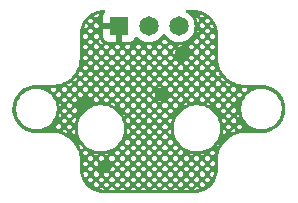
<source format=gbr>
%TF.GenerationSoftware,KiCad,Pcbnew,8.0.2-1*%
%TF.CreationDate,2024-08-24T16:11:14-07:00*%
%TF.ProjectId,HallSwitch,48616c6c-5377-4697-9463-682e6b696361,rev?*%
%TF.SameCoordinates,Original*%
%TF.FileFunction,Copper,L2,Bot*%
%TF.FilePolarity,Positive*%
%FSLAX46Y46*%
G04 Gerber Fmt 4.6, Leading zero omitted, Abs format (unit mm)*
G04 Created by KiCad (PCBNEW 8.0.2-1) date 2024-08-24 16:11:14*
%MOMM*%
%LPD*%
G01*
G04 APERTURE LIST*
%TA.AperFunction,ComponentPad*%
%ADD10R,1.650000X1.650000*%
%TD*%
%TA.AperFunction,ComponentPad*%
%ADD11C,1.650000*%
%TD*%
%TA.AperFunction,ViaPad*%
%ADD12C,0.889000*%
%TD*%
G04 APERTURE END LIST*
D10*
%TO.P,J1,1,Pin_1*%
%TO.N,GND*%
X124460000Y-96291400D03*
D11*
%TO.P,J1,2,Pin_2*%
%TO.N,+5V*%
X127000000Y-96291400D03*
%TO.P,J1,3,Pin_3*%
%TO.N,Net-(J1-Pin_3)*%
X129540000Y-96291400D03*
%TD*%
D12*
%TO.N,GND*%
X123240800Y-108153200D03*
X129802873Y-98552000D03*
X128117264Y-102056864D03*
X121606771Y-102933557D03*
%TD*%
%TA.AperFunction,Conductor*%
%TO.N,GND*%
G36*
X130814042Y-94887165D02*
G01*
X130836774Y-94888654D01*
X131068114Y-94903817D01*
X131084172Y-94905932D01*
X131319823Y-94952806D01*
X131329888Y-94954808D01*
X131345554Y-94959006D01*
X131495531Y-95009916D01*
X131582788Y-95039536D01*
X131597765Y-95045739D01*
X131815336Y-95153033D01*
X131822460Y-95156546D01*
X131836508Y-95164656D01*
X132044815Y-95303843D01*
X132057679Y-95313714D01*
X132246033Y-95478897D01*
X132257502Y-95490366D01*
X132422685Y-95678720D01*
X132432558Y-95691586D01*
X132453949Y-95723600D01*
X132571743Y-95899892D01*
X132579853Y-95913939D01*
X132690657Y-96138627D01*
X132696864Y-96153613D01*
X132777393Y-96390845D01*
X132781591Y-96406511D01*
X132830465Y-96652213D01*
X132832583Y-96668295D01*
X132837888Y-96749227D01*
X132848250Y-96907336D01*
X132849235Y-96922356D01*
X132849500Y-96930466D01*
X132849500Y-99096226D01*
X132862790Y-99205679D01*
X132882725Y-99369862D01*
X132899285Y-99437048D01*
X132948693Y-99637505D01*
X132994305Y-99757771D01*
X133046438Y-99895235D01*
X133046440Y-99895239D01*
X133046441Y-99895241D01*
X133046441Y-99895242D01*
X133152155Y-100096661D01*
X133174538Y-100139309D01*
X133230354Y-100220172D01*
X133331121Y-100366160D01*
X133331126Y-100366166D01*
X133513910Y-100572487D01*
X133513912Y-100572489D01*
X133720233Y-100755273D01*
X133720239Y-100755278D01*
X133774571Y-100792780D01*
X133947091Y-100911862D01*
X134191165Y-101039962D01*
X134362155Y-101104810D01*
X134448894Y-101137706D01*
X134448896Y-101137706D01*
X134448900Y-101137708D01*
X134716538Y-101203675D01*
X134928152Y-101229369D01*
X134990173Y-101236900D01*
X134990176Y-101236900D01*
X135062108Y-101236900D01*
X136459108Y-101236900D01*
X136520763Y-101236900D01*
X136529225Y-101237189D01*
X136794260Y-101255317D01*
X136811014Y-101257621D01*
X137066954Y-101310806D01*
X137083228Y-101315365D01*
X137329550Y-101402909D01*
X137345063Y-101409647D01*
X137577166Y-101529913D01*
X137591621Y-101538704D01*
X137805168Y-101689441D01*
X137818296Y-101700121D01*
X138009343Y-101878546D01*
X138020895Y-101890915D01*
X138185857Y-102093681D01*
X138195617Y-102107507D01*
X138331434Y-102330848D01*
X138339220Y-102345875D01*
X138443360Y-102585630D01*
X138449028Y-102601577D01*
X138519554Y-102853286D01*
X138522997Y-102869856D01*
X138558590Y-103128815D01*
X138559745Y-103145700D01*
X138559745Y-103407099D01*
X138558590Y-103423984D01*
X138522997Y-103682943D01*
X138519554Y-103699513D01*
X138449028Y-103951222D01*
X138443360Y-103967169D01*
X138339220Y-104206924D01*
X138331434Y-104221951D01*
X138195617Y-104445292D01*
X138185857Y-104459118D01*
X138020895Y-104661884D01*
X138009343Y-104674253D01*
X137818296Y-104852678D01*
X137805168Y-104863358D01*
X137591623Y-105014094D01*
X137577163Y-105022888D01*
X137345066Y-105143151D01*
X137329544Y-105149893D01*
X137083242Y-105237430D01*
X137066944Y-105241996D01*
X136811020Y-105295177D01*
X136794254Y-105297482D01*
X136529225Y-105315611D01*
X136520763Y-105315900D01*
X134990173Y-105315900D01*
X134825993Y-105335835D01*
X134716538Y-105349125D01*
X134580777Y-105382587D01*
X134448894Y-105415093D01*
X134246060Y-105492018D01*
X134191165Y-105512838D01*
X134191162Y-105512839D01*
X134191158Y-105512841D01*
X134191157Y-105512841D01*
X133947094Y-105640936D01*
X133720239Y-105797521D01*
X133720233Y-105797526D01*
X133513912Y-105980310D01*
X133513910Y-105980312D01*
X133331126Y-106186633D01*
X133331121Y-106186639D01*
X133174536Y-106413494D01*
X133046441Y-106657557D01*
X133046441Y-106657558D01*
X133046439Y-106657562D01*
X133046438Y-106657565D01*
X133025618Y-106712460D01*
X132948693Y-106915294D01*
X132924259Y-107014427D01*
X132882725Y-107182938D01*
X132869435Y-107292393D01*
X132849500Y-107456573D01*
X132849500Y-108352333D01*
X132849235Y-108360443D01*
X132832583Y-108614504D01*
X132830465Y-108630586D01*
X132781591Y-108876288D01*
X132777393Y-108891954D01*
X132696864Y-109129186D01*
X132690657Y-109144172D01*
X132579853Y-109368860D01*
X132571743Y-109382907D01*
X132432559Y-109591211D01*
X132422685Y-109604079D01*
X132257502Y-109792433D01*
X132246033Y-109803902D01*
X132057679Y-109969085D01*
X132044811Y-109978959D01*
X131836507Y-110118143D01*
X131822460Y-110126253D01*
X131597772Y-110237057D01*
X131582786Y-110243264D01*
X131345554Y-110323793D01*
X131329888Y-110327991D01*
X131084186Y-110376865D01*
X131068104Y-110378983D01*
X130814043Y-110395635D01*
X130805933Y-110395900D01*
X123194067Y-110395900D01*
X123185957Y-110395635D01*
X122931895Y-110378983D01*
X122915814Y-110376865D01*
X122880770Y-110369894D01*
X122670111Y-110327991D01*
X122654445Y-110323793D01*
X122417213Y-110243264D01*
X122402227Y-110237057D01*
X122177539Y-110126253D01*
X122163492Y-110118143D01*
X122093225Y-110071192D01*
X122778454Y-110071192D01*
X122959503Y-110107206D01*
X123191762Y-110122430D01*
X123191762Y-110085066D01*
X123662607Y-110085066D01*
X123662607Y-110122900D01*
X124089788Y-110122900D01*
X124089788Y-110085066D01*
X124560632Y-110085066D01*
X124560632Y-110122900D01*
X124987813Y-110122900D01*
X124987813Y-110085066D01*
X125458658Y-110085066D01*
X125458658Y-110122900D01*
X125885839Y-110122900D01*
X125885839Y-110085066D01*
X126356683Y-110085066D01*
X126356683Y-110122900D01*
X126783864Y-110122900D01*
X126783864Y-110085066D01*
X127254709Y-110085066D01*
X127254709Y-110122900D01*
X127681890Y-110122900D01*
X127681890Y-110085066D01*
X128152735Y-110085066D01*
X128152735Y-110122900D01*
X128579916Y-110122900D01*
X128579916Y-110085066D01*
X129050760Y-110085066D01*
X129050760Y-110122900D01*
X129477941Y-110122900D01*
X129477941Y-110085066D01*
X129948786Y-110085066D01*
X129948786Y-110122900D01*
X130375967Y-110122900D01*
X130375967Y-110085066D01*
X130846812Y-110085066D01*
X130846812Y-110119901D01*
X131040494Y-110107206D01*
X131253718Y-110064792D01*
X131117634Y-109928708D01*
X131003170Y-109928708D01*
X130846812Y-110085066D01*
X130375967Y-110085066D01*
X130219608Y-109928708D01*
X130105144Y-109928708D01*
X129948786Y-110085066D01*
X129477941Y-110085066D01*
X129321583Y-109928708D01*
X129207119Y-109928708D01*
X129050760Y-110085066D01*
X128579916Y-110085066D01*
X128423557Y-109928708D01*
X128309093Y-109928708D01*
X128152735Y-110085066D01*
X127681890Y-110085066D01*
X127525531Y-109928708D01*
X127411068Y-109928708D01*
X127254709Y-110085066D01*
X126783864Y-110085066D01*
X126627506Y-109928708D01*
X126513042Y-109928708D01*
X126356683Y-110085066D01*
X125885839Y-110085066D01*
X125729480Y-109928708D01*
X125615016Y-109928708D01*
X125458658Y-110085066D01*
X124987813Y-110085066D01*
X124831455Y-109928708D01*
X124716991Y-109928708D01*
X124560632Y-110085066D01*
X124089788Y-110085066D01*
X123933429Y-109928708D01*
X123818965Y-109928708D01*
X123662607Y-110085066D01*
X123191762Y-110085066D01*
X123035403Y-109928708D01*
X122920940Y-109928708D01*
X122778454Y-110071192D01*
X122093225Y-110071192D01*
X121955188Y-109978959D01*
X121942320Y-109969085D01*
X121753966Y-109803902D01*
X121742497Y-109792433D01*
X121678162Y-109719074D01*
X121605356Y-109636054D01*
X122315568Y-109636054D01*
X122315568Y-109750517D01*
X122471927Y-109906876D01*
X122586391Y-109906876D01*
X122742749Y-109750517D01*
X122742749Y-109636053D01*
X123213594Y-109636053D01*
X123213594Y-109750517D01*
X123369952Y-109906876D01*
X123484416Y-109906876D01*
X123640775Y-109750517D01*
X123640775Y-109636054D01*
X124111619Y-109636054D01*
X124111619Y-109750517D01*
X124267978Y-109906876D01*
X124382442Y-109906876D01*
X124538800Y-109750517D01*
X124538800Y-109636054D01*
X125009645Y-109636054D01*
X125009645Y-109750517D01*
X125166004Y-109906876D01*
X125280467Y-109906876D01*
X125436826Y-109750517D01*
X125436826Y-109636054D01*
X125436825Y-109636053D01*
X125907671Y-109636053D01*
X125907671Y-109750517D01*
X126064029Y-109906876D01*
X126178493Y-109906876D01*
X126334852Y-109750517D01*
X126334852Y-109636054D01*
X126805696Y-109636054D01*
X126805696Y-109750517D01*
X126962055Y-109906876D01*
X127076519Y-109906876D01*
X127232877Y-109750517D01*
X127232877Y-109636053D01*
X127703722Y-109636053D01*
X127703722Y-109750517D01*
X127860080Y-109906876D01*
X127974544Y-109906876D01*
X128130903Y-109750517D01*
X128130903Y-109636054D01*
X128130902Y-109636053D01*
X128601748Y-109636053D01*
X128601748Y-109750517D01*
X128758106Y-109906876D01*
X128872570Y-109906876D01*
X129028928Y-109750517D01*
X129028928Y-109636054D01*
X129499773Y-109636054D01*
X129499773Y-109750517D01*
X129656132Y-109906876D01*
X129770596Y-109906876D01*
X129926954Y-109750517D01*
X129926954Y-109636053D01*
X130397799Y-109636053D01*
X130397799Y-109750517D01*
X130554157Y-109906876D01*
X130668621Y-109906876D01*
X130824980Y-109750517D01*
X130824980Y-109636054D01*
X131295824Y-109636054D01*
X131295824Y-109750517D01*
X131452183Y-109906876D01*
X131566647Y-109906876D01*
X131723005Y-109750517D01*
X131723005Y-109636053D01*
X131566647Y-109479695D01*
X131452183Y-109479695D01*
X131295824Y-109636054D01*
X130824980Y-109636054D01*
X130668621Y-109479695D01*
X130554157Y-109479695D01*
X130397799Y-109636053D01*
X129926954Y-109636053D01*
X129770596Y-109479695D01*
X129656132Y-109479695D01*
X129499773Y-109636054D01*
X129028928Y-109636054D01*
X129028928Y-109636053D01*
X128872570Y-109479695D01*
X128758106Y-109479695D01*
X128601748Y-109636053D01*
X128130902Y-109636053D01*
X127974544Y-109479695D01*
X127860080Y-109479695D01*
X127703722Y-109636053D01*
X127232877Y-109636053D01*
X127076519Y-109479695D01*
X126962055Y-109479695D01*
X126805696Y-109636054D01*
X126334852Y-109636054D01*
X126178493Y-109479695D01*
X126064029Y-109479695D01*
X125907671Y-109636053D01*
X125436825Y-109636053D01*
X125280467Y-109479695D01*
X125166004Y-109479695D01*
X125009645Y-109636054D01*
X124538800Y-109636054D01*
X124538800Y-109636053D01*
X124382442Y-109479695D01*
X124267978Y-109479695D01*
X124111619Y-109636054D01*
X123640775Y-109636054D01*
X123484416Y-109479695D01*
X123369952Y-109479695D01*
X123213594Y-109636053D01*
X122742749Y-109636053D01*
X122586391Y-109479695D01*
X122471927Y-109479695D01*
X122315568Y-109636054D01*
X121605356Y-109636054D01*
X121577311Y-109604075D01*
X121567440Y-109591211D01*
X121428256Y-109382907D01*
X121420146Y-109368860D01*
X121330483Y-109187041D01*
X121866555Y-109187041D01*
X121866555Y-109301504D01*
X122022914Y-109457863D01*
X122137378Y-109457863D01*
X122293736Y-109301505D01*
X122293736Y-109187041D01*
X122764581Y-109187041D01*
X122764581Y-109301504D01*
X122920940Y-109457863D01*
X123035403Y-109457863D01*
X123191762Y-109301504D01*
X123191762Y-109187041D01*
X123191761Y-109187040D01*
X123662607Y-109187040D01*
X123662607Y-109301505D01*
X123818965Y-109457863D01*
X123933429Y-109457863D01*
X124089788Y-109301504D01*
X124089788Y-109187041D01*
X124560632Y-109187041D01*
X124560632Y-109301504D01*
X124716991Y-109457863D01*
X124831455Y-109457863D01*
X124987813Y-109301505D01*
X124987813Y-109187040D01*
X125458658Y-109187040D01*
X125458658Y-109301505D01*
X125615016Y-109457863D01*
X125729480Y-109457863D01*
X125885839Y-109301504D01*
X125885839Y-109187041D01*
X126356683Y-109187041D01*
X126356683Y-109301504D01*
X126513042Y-109457863D01*
X126627506Y-109457863D01*
X126783864Y-109301505D01*
X126783864Y-109187041D01*
X127254709Y-109187041D01*
X127254709Y-109301504D01*
X127411068Y-109457863D01*
X127525531Y-109457863D01*
X127681890Y-109301504D01*
X127681890Y-109187041D01*
X127681889Y-109187040D01*
X128152735Y-109187040D01*
X128152735Y-109301505D01*
X128309093Y-109457863D01*
X128423557Y-109457863D01*
X128579916Y-109301504D01*
X128579916Y-109187041D01*
X129050760Y-109187041D01*
X129050760Y-109301504D01*
X129207119Y-109457863D01*
X129321583Y-109457863D01*
X129477941Y-109301505D01*
X129477941Y-109187040D01*
X129948786Y-109187040D01*
X129948786Y-109301505D01*
X130105144Y-109457863D01*
X130219608Y-109457863D01*
X130375967Y-109301504D01*
X130375967Y-109187041D01*
X130375966Y-109187040D01*
X130846812Y-109187040D01*
X130846812Y-109301505D01*
X131003170Y-109457863D01*
X131117634Y-109457863D01*
X131273992Y-109301505D01*
X131273992Y-109187041D01*
X131744837Y-109187041D01*
X131744837Y-109301504D01*
X131901196Y-109457863D01*
X132015660Y-109457863D01*
X132172018Y-109301505D01*
X132172018Y-109187040D01*
X132015660Y-109030682D01*
X131901196Y-109030682D01*
X131744837Y-109187041D01*
X131273992Y-109187041D01*
X131273992Y-109187040D01*
X131117634Y-109030682D01*
X131003170Y-109030682D01*
X130846812Y-109187040D01*
X130375966Y-109187040D01*
X130219608Y-109030682D01*
X130105144Y-109030682D01*
X129948786Y-109187040D01*
X129477941Y-109187040D01*
X129321583Y-109030682D01*
X129207119Y-109030682D01*
X129050760Y-109187041D01*
X128579916Y-109187041D01*
X128423557Y-109030682D01*
X128309093Y-109030682D01*
X128152735Y-109187040D01*
X127681889Y-109187040D01*
X127525531Y-109030682D01*
X127411068Y-109030682D01*
X127254709Y-109187041D01*
X126783864Y-109187041D01*
X126783864Y-109187040D01*
X126627506Y-109030682D01*
X126513042Y-109030682D01*
X126356683Y-109187041D01*
X125885839Y-109187041D01*
X125729480Y-109030682D01*
X125615016Y-109030682D01*
X125458658Y-109187040D01*
X124987813Y-109187040D01*
X124831455Y-109030682D01*
X124716991Y-109030682D01*
X124560632Y-109187041D01*
X124089788Y-109187041D01*
X123933429Y-109030682D01*
X123818965Y-109030682D01*
X123662607Y-109187040D01*
X123191761Y-109187040D01*
X123035403Y-109030682D01*
X122920940Y-109030682D01*
X122764581Y-109187041D01*
X122293736Y-109187041D01*
X122293736Y-109187040D01*
X122137378Y-109030682D01*
X122022914Y-109030682D01*
X121866555Y-109187041D01*
X121330483Y-109187041D01*
X121309339Y-109144165D01*
X121303135Y-109129186D01*
X121222606Y-108891954D01*
X121218408Y-108876288D01*
X121213675Y-108852492D01*
X121182327Y-108694895D01*
X121460674Y-108694895D01*
X121484256Y-108813447D01*
X121538603Y-108973552D01*
X121573901Y-109008850D01*
X121688365Y-109008850D01*
X121844724Y-108852491D01*
X121844724Y-108738028D01*
X122315568Y-108738028D01*
X122315568Y-108852491D01*
X122471927Y-109008850D01*
X122586391Y-109008850D01*
X122742749Y-108852492D01*
X122742749Y-108748837D01*
X123213594Y-108748837D01*
X123213594Y-108852492D01*
X123369952Y-109008850D01*
X123484416Y-109008850D01*
X123640775Y-108852491D01*
X123640775Y-108738028D01*
X124111619Y-108738028D01*
X124111619Y-108852491D01*
X124267978Y-109008850D01*
X124382442Y-109008850D01*
X124538800Y-108852492D01*
X124538800Y-108738028D01*
X125009645Y-108738028D01*
X125009645Y-108852491D01*
X125166004Y-109008850D01*
X125280467Y-109008850D01*
X125436826Y-108852491D01*
X125436826Y-108738028D01*
X125436825Y-108738027D01*
X125907671Y-108738027D01*
X125907671Y-108852492D01*
X126064029Y-109008850D01*
X126178493Y-109008850D01*
X126334852Y-108852491D01*
X126334852Y-108738028D01*
X126805696Y-108738028D01*
X126805696Y-108852491D01*
X126962055Y-109008850D01*
X127076519Y-109008850D01*
X127232877Y-108852492D01*
X127232877Y-108738027D01*
X127703722Y-108738027D01*
X127703722Y-108852492D01*
X127860080Y-109008850D01*
X127974544Y-109008850D01*
X128130903Y-108852491D01*
X128130903Y-108738028D01*
X128130902Y-108738027D01*
X128601748Y-108738027D01*
X128601748Y-108852492D01*
X128758106Y-109008850D01*
X128872570Y-109008850D01*
X129028928Y-108852492D01*
X129028928Y-108738028D01*
X129499773Y-108738028D01*
X129499773Y-108852491D01*
X129656132Y-109008850D01*
X129770596Y-109008850D01*
X129926954Y-108852492D01*
X129926954Y-108738027D01*
X130397799Y-108738027D01*
X130397799Y-108852492D01*
X130554157Y-109008850D01*
X130668621Y-109008850D01*
X130824980Y-108852491D01*
X130824980Y-108738028D01*
X131295824Y-108738028D01*
X131295824Y-108852491D01*
X131452183Y-109008850D01*
X131566647Y-109008850D01*
X131723005Y-108852492D01*
X131723005Y-108738027D01*
X132193850Y-108738027D01*
X132193850Y-108852492D01*
X132350208Y-109008850D01*
X132449413Y-109008850D01*
X132515740Y-108813453D01*
X132545723Y-108662720D01*
X132464672Y-108581669D01*
X132350208Y-108581669D01*
X132193850Y-108738027D01*
X131723005Y-108738027D01*
X131566647Y-108581669D01*
X131452183Y-108581669D01*
X131295824Y-108738028D01*
X130824980Y-108738028D01*
X130668621Y-108581669D01*
X130554157Y-108581669D01*
X130397799Y-108738027D01*
X129926954Y-108738027D01*
X129770596Y-108581669D01*
X129656132Y-108581669D01*
X129499773Y-108738028D01*
X129028928Y-108738028D01*
X129028928Y-108738027D01*
X128872570Y-108581669D01*
X128758106Y-108581669D01*
X128601748Y-108738027D01*
X128130902Y-108738027D01*
X127974544Y-108581669D01*
X127860080Y-108581669D01*
X127703722Y-108738027D01*
X127232877Y-108738027D01*
X127076519Y-108581669D01*
X126962055Y-108581669D01*
X126805696Y-108738028D01*
X126334852Y-108738028D01*
X126178493Y-108581669D01*
X126064029Y-108581669D01*
X125907671Y-108738027D01*
X125436825Y-108738027D01*
X125280467Y-108581669D01*
X125166004Y-108581669D01*
X125009645Y-108738028D01*
X124538800Y-108738028D01*
X124538800Y-108738027D01*
X124382442Y-108581669D01*
X124267978Y-108581669D01*
X124111619Y-108738028D01*
X123640775Y-108738028D01*
X123554994Y-108652247D01*
X123491320Y-108694794D01*
X123446620Y-108713309D01*
X123264991Y-108749437D01*
X123216608Y-108749437D01*
X123213594Y-108748837D01*
X122742749Y-108748837D01*
X122742749Y-108738027D01*
X122586391Y-108581669D01*
X122471927Y-108581669D01*
X122315568Y-108738028D01*
X121844724Y-108738028D01*
X121688365Y-108581669D01*
X121573901Y-108581669D01*
X121460674Y-108694895D01*
X121182327Y-108694895D01*
X121169532Y-108630572D01*
X121167417Y-108614514D01*
X121150765Y-108360442D01*
X121150500Y-108352333D01*
X121150500Y-108289015D01*
X121866555Y-108289015D01*
X121866555Y-108403478D01*
X122022914Y-108559837D01*
X122137378Y-108559837D01*
X122221833Y-108475382D01*
X123734510Y-108475382D01*
X123818965Y-108559837D01*
X123933429Y-108559837D01*
X124089788Y-108403478D01*
X124089788Y-108289015D01*
X124560632Y-108289015D01*
X124560632Y-108403478D01*
X124716991Y-108559837D01*
X124831455Y-108559837D01*
X124987813Y-108403479D01*
X124987813Y-108289015D01*
X125458658Y-108289015D01*
X125458658Y-108403479D01*
X125615016Y-108559837D01*
X125729480Y-108559837D01*
X125885839Y-108403478D01*
X125885839Y-108289015D01*
X126356683Y-108289015D01*
X126356683Y-108403478D01*
X126513042Y-108559837D01*
X126627506Y-108559837D01*
X126783864Y-108403479D01*
X126783864Y-108289015D01*
X127254709Y-108289015D01*
X127254709Y-108403478D01*
X127411068Y-108559837D01*
X127525531Y-108559837D01*
X127681890Y-108403478D01*
X127681890Y-108289015D01*
X128152735Y-108289015D01*
X128152735Y-108403479D01*
X128309093Y-108559837D01*
X128423557Y-108559837D01*
X128579916Y-108403478D01*
X128579916Y-108289015D01*
X129050760Y-108289015D01*
X129050760Y-108403478D01*
X129207119Y-108559837D01*
X129321583Y-108559837D01*
X129477941Y-108403479D01*
X129477941Y-108289015D01*
X129948786Y-108289015D01*
X129948786Y-108403479D01*
X130105144Y-108559837D01*
X130219608Y-108559837D01*
X130375967Y-108403478D01*
X130375967Y-108289015D01*
X130846812Y-108289015D01*
X130846812Y-108403479D01*
X131003170Y-108559837D01*
X131117634Y-108559837D01*
X131273992Y-108403479D01*
X131273992Y-108289015D01*
X131744837Y-108289015D01*
X131744837Y-108403478D01*
X131901196Y-108559837D01*
X132015660Y-108559837D01*
X132172018Y-108403479D01*
X132172018Y-108289015D01*
X132015660Y-108132657D01*
X131901196Y-108132657D01*
X131744837Y-108289015D01*
X131273992Y-108289015D01*
X131117634Y-108132657D01*
X131003170Y-108132657D01*
X130846812Y-108289015D01*
X130375967Y-108289015D01*
X130219608Y-108132657D01*
X130105144Y-108132657D01*
X129948786Y-108289015D01*
X129477941Y-108289015D01*
X129321583Y-108132657D01*
X129207119Y-108132657D01*
X129050760Y-108289015D01*
X128579916Y-108289015D01*
X128423557Y-108132657D01*
X128309093Y-108132657D01*
X128152735Y-108289015D01*
X127681890Y-108289015D01*
X127525531Y-108132657D01*
X127411068Y-108132657D01*
X127254709Y-108289015D01*
X126783864Y-108289015D01*
X126627506Y-108132657D01*
X126513042Y-108132657D01*
X126356683Y-108289015D01*
X125885839Y-108289015D01*
X125729480Y-108132657D01*
X125615016Y-108132657D01*
X125458658Y-108289015D01*
X124987813Y-108289015D01*
X124831455Y-108132657D01*
X124716991Y-108132657D01*
X124560632Y-108289015D01*
X124089788Y-108289015D01*
X123933429Y-108132657D01*
X123837037Y-108132657D01*
X123837037Y-108177391D01*
X123800909Y-108359020D01*
X123782394Y-108403720D01*
X123734510Y-108475382D01*
X122221833Y-108475382D01*
X122293736Y-108403479D01*
X122293736Y-108289015D01*
X122137378Y-108132657D01*
X122022914Y-108132657D01*
X121866555Y-108289015D01*
X121150500Y-108289015D01*
X121150500Y-107834045D01*
X121423500Y-107834045D01*
X121423500Y-107960423D01*
X121573901Y-108110825D01*
X121688365Y-108110825D01*
X121844724Y-107954466D01*
X121844724Y-107840002D01*
X122315568Y-107840002D01*
X122315568Y-107954466D01*
X122471927Y-108110825D01*
X122586390Y-108110825D01*
X122663522Y-108033691D01*
X122680691Y-107947380D01*
X122699206Y-107902680D01*
X122741086Y-107840002D01*
X124111619Y-107840002D01*
X124111619Y-107954466D01*
X124267978Y-108110825D01*
X124382442Y-108110825D01*
X124538800Y-107954466D01*
X124538800Y-107840002D01*
X125009645Y-107840002D01*
X125009645Y-107954466D01*
X125166004Y-108110825D01*
X125280467Y-108110825D01*
X125436826Y-107954466D01*
X125436826Y-107840002D01*
X125907671Y-107840002D01*
X125907671Y-107954466D01*
X126064029Y-108110825D01*
X126178493Y-108110825D01*
X126334852Y-107954466D01*
X126334852Y-107840002D01*
X126805696Y-107840002D01*
X126805696Y-107954466D01*
X126962055Y-108110825D01*
X127076519Y-108110825D01*
X127232877Y-107954466D01*
X127232877Y-107840002D01*
X127703722Y-107840002D01*
X127703722Y-107954466D01*
X127860080Y-108110825D01*
X127974544Y-108110825D01*
X128130903Y-107954466D01*
X128130903Y-107840002D01*
X128601748Y-107840002D01*
X128601748Y-107954466D01*
X128758106Y-108110825D01*
X128872570Y-108110825D01*
X129028928Y-107954466D01*
X129028928Y-107840002D01*
X129499773Y-107840002D01*
X129499773Y-107954466D01*
X129656132Y-108110825D01*
X129770596Y-108110825D01*
X129926954Y-107954466D01*
X129926954Y-107840002D01*
X130397799Y-107840002D01*
X130397799Y-107954466D01*
X130554157Y-108110825D01*
X130668621Y-108110825D01*
X130824980Y-107954466D01*
X130824980Y-107840002D01*
X131295824Y-107840002D01*
X131295824Y-107954466D01*
X131452183Y-108110825D01*
X131566647Y-108110825D01*
X131723005Y-107954466D01*
X131723005Y-107840002D01*
X132193850Y-107840002D01*
X132193850Y-107954466D01*
X132350208Y-108110825D01*
X132464672Y-108110825D01*
X132576500Y-107998997D01*
X132576500Y-107795471D01*
X132464672Y-107683644D01*
X132350208Y-107683644D01*
X132193850Y-107840002D01*
X131723005Y-107840002D01*
X131566647Y-107683644D01*
X131452183Y-107683644D01*
X131295824Y-107840002D01*
X130824980Y-107840002D01*
X130668621Y-107683644D01*
X130554157Y-107683644D01*
X130397799Y-107840002D01*
X129926954Y-107840002D01*
X129770596Y-107683644D01*
X129656132Y-107683644D01*
X129499773Y-107840002D01*
X129028928Y-107840002D01*
X128872570Y-107683644D01*
X128758106Y-107683644D01*
X128601748Y-107840002D01*
X128130903Y-107840002D01*
X127974544Y-107683644D01*
X127860080Y-107683644D01*
X127703722Y-107840002D01*
X127232877Y-107840002D01*
X127076519Y-107683644D01*
X126962055Y-107683644D01*
X126805696Y-107840002D01*
X126334852Y-107840002D01*
X126178493Y-107683644D01*
X126064029Y-107683644D01*
X125907671Y-107840002D01*
X125436826Y-107840002D01*
X125280467Y-107683644D01*
X125166004Y-107683644D01*
X125009645Y-107840002D01*
X124538800Y-107840002D01*
X124382442Y-107683644D01*
X124267978Y-107683644D01*
X124111619Y-107840002D01*
X122741086Y-107840002D01*
X122741752Y-107839005D01*
X122586391Y-107683644D01*
X122471927Y-107683644D01*
X122315568Y-107840002D01*
X121844724Y-107840002D01*
X121688365Y-107683644D01*
X121573901Y-107683644D01*
X121423500Y-107834045D01*
X121150500Y-107834045D01*
X121150500Y-107456573D01*
X121142536Y-107390990D01*
X121866555Y-107390990D01*
X121866555Y-107505453D01*
X122022914Y-107661812D01*
X122137378Y-107661812D01*
X122293736Y-107505453D01*
X122293736Y-107390990D01*
X122764581Y-107390990D01*
X122764581Y-107505453D01*
X122918617Y-107659489D01*
X122990280Y-107611606D01*
X123034980Y-107593091D01*
X123121290Y-107575922D01*
X123191762Y-107505451D01*
X123191762Y-107390990D01*
X123191761Y-107390989D01*
X123662607Y-107390989D01*
X123662607Y-107505453D01*
X123818965Y-107661812D01*
X123933429Y-107661812D01*
X124089788Y-107505453D01*
X124089788Y-107390990D01*
X124560632Y-107390990D01*
X124560632Y-107505453D01*
X124716991Y-107661812D01*
X124831455Y-107661812D01*
X124987813Y-107505453D01*
X124987813Y-107390989D01*
X125458658Y-107390989D01*
X125458658Y-107505453D01*
X125615016Y-107661812D01*
X125729480Y-107661812D01*
X125885839Y-107505453D01*
X125885839Y-107390990D01*
X126356683Y-107390990D01*
X126356683Y-107505453D01*
X126513042Y-107661812D01*
X126627506Y-107661812D01*
X126783864Y-107505453D01*
X126783864Y-107390990D01*
X127254709Y-107390990D01*
X127254709Y-107505453D01*
X127411068Y-107661812D01*
X127525531Y-107661812D01*
X127681890Y-107505453D01*
X127681890Y-107390990D01*
X127681889Y-107390989D01*
X128152735Y-107390989D01*
X128152735Y-107505453D01*
X128309093Y-107661812D01*
X128423557Y-107661812D01*
X128579916Y-107505453D01*
X128579916Y-107390990D01*
X129050760Y-107390990D01*
X129050760Y-107505453D01*
X129207119Y-107661812D01*
X129321583Y-107661812D01*
X129477941Y-107505453D01*
X129477941Y-107390989D01*
X129948786Y-107390989D01*
X129948786Y-107505453D01*
X130105144Y-107661812D01*
X130219608Y-107661812D01*
X130375967Y-107505453D01*
X130375967Y-107390990D01*
X130375966Y-107390989D01*
X130846812Y-107390989D01*
X130846812Y-107505453D01*
X131003170Y-107661812D01*
X131117634Y-107661812D01*
X131273992Y-107505453D01*
X131273992Y-107390990D01*
X131744837Y-107390990D01*
X131744837Y-107505453D01*
X131901196Y-107661812D01*
X132015660Y-107661812D01*
X132172018Y-107505453D01*
X132172018Y-107390989D01*
X132015660Y-107234631D01*
X131901196Y-107234631D01*
X131744837Y-107390990D01*
X131273992Y-107390990D01*
X131273992Y-107390989D01*
X131117634Y-107234631D01*
X131003170Y-107234631D01*
X130846812Y-107390989D01*
X130375966Y-107390989D01*
X130219608Y-107234631D01*
X130105144Y-107234631D01*
X129948786Y-107390989D01*
X129477941Y-107390989D01*
X129321583Y-107234631D01*
X129207119Y-107234631D01*
X129050760Y-107390990D01*
X128579916Y-107390990D01*
X128423557Y-107234631D01*
X128309093Y-107234631D01*
X128152735Y-107390989D01*
X127681889Y-107390989D01*
X127525531Y-107234631D01*
X127411068Y-107234631D01*
X127254709Y-107390990D01*
X126783864Y-107390990D01*
X126783864Y-107390989D01*
X126627506Y-107234631D01*
X126513042Y-107234631D01*
X126356683Y-107390990D01*
X125885839Y-107390990D01*
X125729480Y-107234631D01*
X125615016Y-107234631D01*
X125458658Y-107390989D01*
X124987813Y-107390989D01*
X124831455Y-107234631D01*
X124716991Y-107234631D01*
X124560632Y-107390990D01*
X124089788Y-107390990D01*
X123933429Y-107234631D01*
X123818965Y-107234631D01*
X123662607Y-107390989D01*
X123191761Y-107390989D01*
X123035403Y-107234631D01*
X122920940Y-107234631D01*
X122764581Y-107390990D01*
X122293736Y-107390990D01*
X122293736Y-107390989D01*
X122137378Y-107234631D01*
X122022914Y-107234631D01*
X121866555Y-107390990D01*
X121142536Y-107390990D01*
X121142536Y-107390989D01*
X121117275Y-107182938D01*
X121057883Y-106941976D01*
X121417543Y-106941976D01*
X121417543Y-107056441D01*
X121573901Y-107212799D01*
X121688365Y-107212799D01*
X121833092Y-107068072D01*
X122327199Y-107068072D01*
X122471927Y-107212799D01*
X122586391Y-107212799D01*
X122663202Y-107135987D01*
X122588670Y-107126175D01*
X123283328Y-107126175D01*
X123369952Y-107212799D01*
X123484416Y-107212799D01*
X123640775Y-107056440D01*
X123640775Y-107042339D01*
X123639867Y-107042599D01*
X123384034Y-107111150D01*
X123380155Y-107112122D01*
X123379359Y-107112308D01*
X123375326Y-107113180D01*
X123366560Y-107114923D01*
X123362690Y-107115629D01*
X123361883Y-107115763D01*
X123357756Y-107116377D01*
X123283328Y-107126175D01*
X122588670Y-107126175D01*
X122514244Y-107116377D01*
X122510117Y-107115763D01*
X122509310Y-107115629D01*
X122505440Y-107114923D01*
X122496674Y-107113180D01*
X122492641Y-107112308D01*
X122491845Y-107112122D01*
X122487966Y-107111150D01*
X122327199Y-107068072D01*
X121833092Y-107068072D01*
X121844724Y-107056440D01*
X121844724Y-106941977D01*
X124111619Y-106941977D01*
X124111619Y-107056440D01*
X124267978Y-107212799D01*
X124382442Y-107212799D01*
X124538800Y-107056441D01*
X124538800Y-106941977D01*
X125009645Y-106941977D01*
X125009645Y-107056440D01*
X125166004Y-107212799D01*
X125280467Y-107212799D01*
X125436826Y-107056440D01*
X125436826Y-106941977D01*
X125436825Y-106941976D01*
X125907671Y-106941976D01*
X125907671Y-107056441D01*
X126064029Y-107212799D01*
X126178493Y-107212799D01*
X126334852Y-107056440D01*
X126334852Y-106941977D01*
X126805696Y-106941977D01*
X126805696Y-107056440D01*
X126962055Y-107212799D01*
X127076519Y-107212799D01*
X127232877Y-107056441D01*
X127232877Y-106941976D01*
X127703722Y-106941976D01*
X127703722Y-107056441D01*
X127860080Y-107212799D01*
X127974544Y-107212799D01*
X128130903Y-107056440D01*
X128130903Y-106941977D01*
X128130902Y-106941976D01*
X128601748Y-106941976D01*
X128601748Y-107056441D01*
X128758106Y-107212799D01*
X128872570Y-107212799D01*
X129028928Y-107056441D01*
X129028928Y-106941977D01*
X129499773Y-106941977D01*
X129499773Y-107056440D01*
X129656132Y-107212799D01*
X129770596Y-107212799D01*
X129926954Y-107056441D01*
X130397799Y-107056441D01*
X130554157Y-107212799D01*
X130668621Y-107212799D01*
X130749920Y-107131500D01*
X131370883Y-107131500D01*
X131452183Y-107212799D01*
X131566647Y-107212799D01*
X131723005Y-107056441D01*
X131723005Y-107054619D01*
X131512034Y-107111150D01*
X131508155Y-107112122D01*
X131507359Y-107112308D01*
X131503326Y-107113180D01*
X131494560Y-107114923D01*
X131490690Y-107115629D01*
X131489883Y-107115763D01*
X131485756Y-107116377D01*
X131370883Y-107131500D01*
X130749920Y-107131500D01*
X130750757Y-107130663D01*
X130642244Y-107116377D01*
X130638117Y-107115763D01*
X130637310Y-107115629D01*
X130633440Y-107114923D01*
X130624674Y-107113180D01*
X130620641Y-107112308D01*
X130619845Y-107112122D01*
X130615966Y-107111150D01*
X130397799Y-107052691D01*
X130397799Y-107056441D01*
X129926954Y-107056441D01*
X129926954Y-106941976D01*
X132193850Y-106941976D01*
X132193850Y-107056441D01*
X132350208Y-107212799D01*
X132464672Y-107212799D01*
X132621031Y-107056440D01*
X132621031Y-106941977D01*
X132464672Y-106785618D01*
X132350208Y-106785618D01*
X132193850Y-106941976D01*
X129926954Y-106941976D01*
X129770596Y-106785618D01*
X129656132Y-106785618D01*
X129499773Y-106941977D01*
X129028928Y-106941977D01*
X129028928Y-106941976D01*
X128872570Y-106785618D01*
X128758106Y-106785618D01*
X128601748Y-106941976D01*
X128130902Y-106941976D01*
X127974544Y-106785618D01*
X127860080Y-106785618D01*
X127703722Y-106941976D01*
X127232877Y-106941976D01*
X127076519Y-106785618D01*
X126962055Y-106785618D01*
X126805696Y-106941977D01*
X126334852Y-106941977D01*
X126178493Y-106785618D01*
X126064029Y-106785618D01*
X125907671Y-106941976D01*
X125436825Y-106941976D01*
X125280467Y-106785618D01*
X125166004Y-106785618D01*
X125009645Y-106941977D01*
X124538800Y-106941977D01*
X124538800Y-106941976D01*
X124382442Y-106785618D01*
X124267978Y-106785618D01*
X124111619Y-106941977D01*
X121844724Y-106941977D01*
X121688365Y-106785618D01*
X121573901Y-106785618D01*
X121417543Y-106941976D01*
X121057883Y-106941976D01*
X121051308Y-106915300D01*
X120953562Y-106657565D01*
X120825462Y-106413491D01*
X120786633Y-106357238D01*
X121104254Y-106357238D01*
X121197209Y-106534348D01*
X121198905Y-106537703D01*
X121199236Y-106538383D01*
X121200823Y-106541773D01*
X121204208Y-106549296D01*
X121205648Y-106552625D01*
X121205937Y-106553321D01*
X121207359Y-106556902D01*
X121273042Y-106730095D01*
X121395711Y-106607427D01*
X121395711Y-106534160D01*
X121268834Y-106407283D01*
X121266000Y-106404355D01*
X121265441Y-106403758D01*
X121262732Y-106400769D01*
X121256839Y-106394050D01*
X121254234Y-106390981D01*
X121253715Y-106390349D01*
X121251168Y-106387140D01*
X121212392Y-106336605D01*
X121124889Y-106336605D01*
X121104254Y-106357238D01*
X120786633Y-106357238D01*
X120690116Y-106217408D01*
X120668878Y-106186639D01*
X120668873Y-106186633D01*
X120486089Y-105980312D01*
X120486087Y-105980310D01*
X120381431Y-105887593D01*
X120768670Y-105887593D01*
X120875954Y-106008691D01*
X120878425Y-106011567D01*
X120878908Y-106012147D01*
X120881231Y-106015022D01*
X120886319Y-106021516D01*
X120888537Y-106024435D01*
X120888985Y-106025043D01*
X120891208Y-106028161D01*
X120946698Y-106108553D01*
X120946698Y-106043951D01*
X120790339Y-105887593D01*
X120768670Y-105887593D01*
X120381431Y-105887593D01*
X120279766Y-105797526D01*
X120279760Y-105797521D01*
X120152096Y-105709402D01*
X120052909Y-105640938D01*
X120021542Y-105624475D01*
X119808842Y-105512841D01*
X119808837Y-105512839D01*
X119808835Y-105512838D01*
X119737167Y-105485658D01*
X119613034Y-105438580D01*
X120240320Y-105438580D01*
X120438239Y-105575192D01*
X120441357Y-105577415D01*
X120441965Y-105577863D01*
X120444884Y-105580081D01*
X120451378Y-105585169D01*
X120454253Y-105587492D01*
X120454833Y-105587975D01*
X120457709Y-105590446D01*
X120497685Y-105625861D01*
X120497685Y-105594938D01*
X120341327Y-105438580D01*
X120240320Y-105438580D01*
X119613034Y-105438580D01*
X119551105Y-105415093D01*
X119487103Y-105399318D01*
X119283462Y-105349125D01*
X119146643Y-105332512D01*
X119009827Y-105315900D01*
X119009824Y-105315900D01*
X118937892Y-105315900D01*
X117479237Y-105315900D01*
X117470775Y-105315611D01*
X117205745Y-105297482D01*
X117188979Y-105295177D01*
X116933055Y-105241996D01*
X116916762Y-105237431D01*
X116676769Y-105152137D01*
X116670455Y-105149893D01*
X116661320Y-105145925D01*
X119621491Y-105145925D01*
X119621491Y-105151288D01*
X119623958Y-105151935D01*
X119624685Y-105152137D01*
X119628376Y-105153224D01*
X119636252Y-105155678D01*
X119639854Y-105156861D01*
X119640569Y-105157108D01*
X119644051Y-105158370D01*
X119909498Y-105259041D01*
X119913079Y-105260463D01*
X119913775Y-105260752D01*
X119917104Y-105262192D01*
X119924627Y-105265577D01*
X119928017Y-105267164D01*
X119928697Y-105267495D01*
X119932052Y-105269192D01*
X120002758Y-105306302D01*
X120048672Y-105260389D01*
X120048672Y-105145925D01*
X120519517Y-105145925D01*
X120519517Y-105260389D01*
X120675876Y-105416748D01*
X120763320Y-105416748D01*
X120752250Y-105375434D01*
X120751278Y-105371555D01*
X120751092Y-105370759D01*
X120750220Y-105366726D01*
X120748477Y-105357960D01*
X120747771Y-105354090D01*
X120747637Y-105353283D01*
X120747023Y-105349156D01*
X120712452Y-105086565D01*
X120711984Y-105082494D01*
X120711904Y-105081679D01*
X120711576Y-105077668D01*
X120710992Y-105068750D01*
X120710794Y-105064738D01*
X120710767Y-105063920D01*
X120710700Y-105059829D01*
X120710700Y-104989567D01*
X120675876Y-104989567D01*
X120519517Y-105145925D01*
X120048672Y-105145925D01*
X119892314Y-104989567D01*
X119777850Y-104989567D01*
X119621491Y-105145925D01*
X116661320Y-105145925D01*
X116654933Y-105143151D01*
X116461457Y-105042900D01*
X118826491Y-105042900D01*
X119013948Y-105042900D01*
X119017729Y-105042958D01*
X119018483Y-105042981D01*
X119022173Y-105043148D01*
X119030407Y-105043645D01*
X119034251Y-105043937D01*
X119035004Y-105044006D01*
X119038635Y-105044393D01*
X119050562Y-105045841D01*
X118994288Y-104989567D01*
X118879824Y-104989567D01*
X118826491Y-105042900D01*
X116461457Y-105042900D01*
X116422836Y-105022888D01*
X116408376Y-105014094D01*
X116194831Y-104863358D01*
X116181703Y-104852678D01*
X115990656Y-104674253D01*
X115979104Y-104661884D01*
X115814142Y-104459118D01*
X115804382Y-104445292D01*
X115802248Y-104441782D01*
X115668561Y-104221944D01*
X115660779Y-104206924D01*
X115556638Y-103967166D01*
X115550971Y-103951222D01*
X115550576Y-103949813D01*
X115480443Y-103699506D01*
X115477003Y-103682949D01*
X115441410Y-103423983D01*
X115440255Y-103407099D01*
X115440255Y-103164247D01*
X115764000Y-103164247D01*
X115764000Y-103388552D01*
X115772938Y-103456438D01*
X115793276Y-103610916D01*
X115851326Y-103827562D01*
X115851329Y-103827572D01*
X115937156Y-104034776D01*
X115937161Y-104034787D01*
X116049298Y-104229012D01*
X116049309Y-104229028D01*
X116185840Y-104406959D01*
X116185846Y-104406966D01*
X116344433Y-104565553D01*
X116344439Y-104565558D01*
X116522380Y-104702097D01*
X116522387Y-104702101D01*
X116716612Y-104814238D01*
X116716617Y-104814240D01*
X116716620Y-104814242D01*
X116923837Y-104900074D01*
X117140484Y-104958124D01*
X117362855Y-104987400D01*
X117362862Y-104987400D01*
X117587138Y-104987400D01*
X117587145Y-104987400D01*
X117736514Y-104967735D01*
X118513522Y-104967735D01*
X118545275Y-104967735D01*
X118596030Y-104916979D01*
X118590266Y-104921403D01*
X118587054Y-104923786D01*
X118586389Y-104924263D01*
X118583000Y-104926610D01*
X118575570Y-104931574D01*
X118572146Y-104933781D01*
X118571451Y-104934213D01*
X118567991Y-104936287D01*
X118513522Y-104967735D01*
X117736514Y-104967735D01*
X117809516Y-104958124D01*
X118026163Y-104900074D01*
X118233380Y-104814242D01*
X118427620Y-104702097D01*
X118434377Y-104696912D01*
X119172479Y-104696912D01*
X119172479Y-104811377D01*
X119328837Y-104967735D01*
X119443301Y-104967735D01*
X119599659Y-104811377D01*
X119599659Y-104696913D01*
X120070504Y-104696913D01*
X120070504Y-104811376D01*
X120226863Y-104967735D01*
X120341327Y-104967735D01*
X120497685Y-104811377D01*
X120497685Y-104799445D01*
X120983700Y-104799445D01*
X120983700Y-105055354D01*
X120983701Y-105055371D01*
X121016736Y-105306302D01*
X121017104Y-105309092D01*
X121034880Y-105375434D01*
X121083344Y-105556300D01*
X121181273Y-105792723D01*
X121181281Y-105792740D01*
X121309234Y-106014359D01*
X121309245Y-106014375D01*
X121465032Y-106217401D01*
X121465038Y-106217408D01*
X121645991Y-106398361D01*
X121645998Y-106398367D01*
X121772697Y-106495586D01*
X121849033Y-106554161D01*
X121849040Y-106554165D01*
X122070659Y-106682118D01*
X122070664Y-106682120D01*
X122070667Y-106682122D01*
X122070671Y-106682123D01*
X122070676Y-106682126D01*
X122307099Y-106780055D01*
X122307101Y-106780055D01*
X122307107Y-106780058D01*
X122554308Y-106846296D01*
X122808039Y-106879700D01*
X122808046Y-106879700D01*
X123063954Y-106879700D01*
X123063961Y-106879700D01*
X123317692Y-106846296D01*
X123564893Y-106780058D01*
X123801333Y-106682122D01*
X124022967Y-106554161D01*
X124102720Y-106492964D01*
X124560632Y-106492964D01*
X124560632Y-106607427D01*
X124716991Y-106763786D01*
X124831455Y-106763786D01*
X124987813Y-106607428D01*
X124987813Y-106492963D01*
X125458658Y-106492963D01*
X125458658Y-106607428D01*
X125615016Y-106763786D01*
X125729480Y-106763786D01*
X125885839Y-106607427D01*
X125885839Y-106492964D01*
X126356683Y-106492964D01*
X126356683Y-106607427D01*
X126513042Y-106763786D01*
X126627506Y-106763786D01*
X126783864Y-106607428D01*
X126783864Y-106492964D01*
X127254709Y-106492964D01*
X127254709Y-106607427D01*
X127411068Y-106763786D01*
X127525531Y-106763786D01*
X127681890Y-106607427D01*
X127681890Y-106492964D01*
X127681889Y-106492963D01*
X128152735Y-106492963D01*
X128152735Y-106607428D01*
X128309093Y-106763786D01*
X128423557Y-106763786D01*
X128579916Y-106607427D01*
X128579916Y-106492964D01*
X129050760Y-106492964D01*
X129050760Y-106607427D01*
X129207119Y-106763786D01*
X129321583Y-106763786D01*
X129477941Y-106607428D01*
X129477941Y-106492963D01*
X129321583Y-106336605D01*
X129207119Y-106336605D01*
X129050760Y-106492964D01*
X128579916Y-106492964D01*
X128423557Y-106336605D01*
X128309093Y-106336605D01*
X128152735Y-106492963D01*
X127681889Y-106492963D01*
X127525531Y-106336605D01*
X127411068Y-106336605D01*
X127254709Y-106492964D01*
X126783864Y-106492964D01*
X126783864Y-106492963D01*
X126627506Y-106336605D01*
X126513042Y-106336605D01*
X126356683Y-106492964D01*
X125885839Y-106492964D01*
X125729480Y-106336605D01*
X125615016Y-106336605D01*
X125458658Y-106492963D01*
X124987813Y-106492963D01*
X124831455Y-106336605D01*
X124716991Y-106336605D01*
X124560632Y-106492964D01*
X124102720Y-106492964D01*
X124226003Y-106398366D01*
X124406966Y-106217403D01*
X124540060Y-106043951D01*
X125009645Y-106043951D01*
X125009645Y-106158414D01*
X125166004Y-106314773D01*
X125280467Y-106314773D01*
X125436826Y-106158414D01*
X125436826Y-106043951D01*
X125907671Y-106043951D01*
X125907671Y-106158415D01*
X126064029Y-106314773D01*
X126178493Y-106314773D01*
X126334852Y-106158414D01*
X126334852Y-106043951D01*
X126805696Y-106043951D01*
X126805696Y-106158414D01*
X126962055Y-106314773D01*
X127076519Y-106314773D01*
X127232877Y-106158415D01*
X127232877Y-106043951D01*
X127703722Y-106043951D01*
X127703722Y-106158415D01*
X127860080Y-106314773D01*
X127974544Y-106314773D01*
X128130903Y-106158414D01*
X128130903Y-106043951D01*
X128601748Y-106043951D01*
X128601748Y-106158415D01*
X128758106Y-106314773D01*
X128872570Y-106314773D01*
X129028928Y-106158415D01*
X129028928Y-106043951D01*
X128872570Y-105887593D01*
X128758106Y-105887593D01*
X128601748Y-106043951D01*
X128130903Y-106043951D01*
X127974544Y-105887593D01*
X127860080Y-105887593D01*
X127703722Y-106043951D01*
X127232877Y-106043951D01*
X127076519Y-105887593D01*
X126962055Y-105887593D01*
X126805696Y-106043951D01*
X126334852Y-106043951D01*
X126178493Y-105887593D01*
X126064029Y-105887593D01*
X125907671Y-106043951D01*
X125436826Y-106043951D01*
X125280467Y-105887593D01*
X125166004Y-105887593D01*
X125009645Y-106043951D01*
X124540060Y-106043951D01*
X124562761Y-106014367D01*
X124690722Y-105792733D01*
X124772651Y-105594938D01*
X125458658Y-105594938D01*
X125458658Y-105709402D01*
X125615016Y-105865761D01*
X125729480Y-105865761D01*
X125885839Y-105709402D01*
X125885839Y-105594938D01*
X126356683Y-105594938D01*
X126356683Y-105709402D01*
X126513042Y-105865761D01*
X126627506Y-105865761D01*
X126783864Y-105709402D01*
X126783864Y-105594938D01*
X127254709Y-105594938D01*
X127254709Y-105709402D01*
X127411068Y-105865761D01*
X127525531Y-105865761D01*
X127681890Y-105709402D01*
X127681890Y-105594938D01*
X128152735Y-105594938D01*
X128152735Y-105709402D01*
X128309093Y-105865761D01*
X128423557Y-105865761D01*
X128579916Y-105709402D01*
X128579916Y-105594938D01*
X128423557Y-105438580D01*
X128309093Y-105438580D01*
X128152735Y-105594938D01*
X127681890Y-105594938D01*
X127525531Y-105438580D01*
X127411068Y-105438580D01*
X127254709Y-105594938D01*
X126783864Y-105594938D01*
X126627506Y-105438580D01*
X126513042Y-105438580D01*
X126356683Y-105594938D01*
X125885839Y-105594938D01*
X125729480Y-105438580D01*
X125615016Y-105438580D01*
X125458658Y-105594938D01*
X124772651Y-105594938D01*
X124788658Y-105556293D01*
X124838178Y-105371482D01*
X125120738Y-105371482D01*
X125166004Y-105416748D01*
X125280467Y-105416748D01*
X125436826Y-105260389D01*
X125436826Y-105145925D01*
X125907671Y-105145925D01*
X125907671Y-105260389D01*
X126064029Y-105416748D01*
X126178493Y-105416748D01*
X126334852Y-105260389D01*
X126334852Y-105145925D01*
X126805696Y-105145925D01*
X126805696Y-105260389D01*
X126962055Y-105416748D01*
X127076519Y-105416748D01*
X127232877Y-105260389D01*
X127232877Y-105145925D01*
X127703722Y-105145925D01*
X127703722Y-105260389D01*
X127860080Y-105416748D01*
X127974544Y-105416748D01*
X128130903Y-105260389D01*
X128130903Y-105145925D01*
X128601748Y-105145925D01*
X128601748Y-105260389D01*
X128758106Y-105416748D01*
X128872569Y-105416748D01*
X128887357Y-105401959D01*
X128880250Y-105375434D01*
X128879278Y-105371555D01*
X128879092Y-105370759D01*
X128878220Y-105366726D01*
X128876477Y-105357960D01*
X128875771Y-105354090D01*
X128875637Y-105353283D01*
X128875023Y-105349156D01*
X128840452Y-105086565D01*
X128839984Y-105082494D01*
X128839904Y-105081679D01*
X128839576Y-105077668D01*
X128838992Y-105068750D01*
X128838794Y-105064738D01*
X128838767Y-105063920D01*
X128838700Y-105059829D01*
X128838700Y-104989567D01*
X128758106Y-104989567D01*
X128601748Y-105145925D01*
X128130903Y-105145925D01*
X127974544Y-104989567D01*
X127860080Y-104989567D01*
X127703722Y-105145925D01*
X127232877Y-105145925D01*
X127076519Y-104989567D01*
X126962055Y-104989567D01*
X126805696Y-105145925D01*
X126334852Y-105145925D01*
X126178493Y-104989567D01*
X126064029Y-104989567D01*
X125907671Y-105145925D01*
X125436826Y-105145925D01*
X125280467Y-104989567D01*
X125166005Y-104989567D01*
X125161300Y-104994271D01*
X125161300Y-105059829D01*
X125161233Y-105063920D01*
X125161206Y-105064738D01*
X125161008Y-105068750D01*
X125160424Y-105077668D01*
X125160096Y-105081679D01*
X125160016Y-105082494D01*
X125159548Y-105086565D01*
X125124977Y-105349156D01*
X125124363Y-105353283D01*
X125124229Y-105354090D01*
X125123523Y-105357960D01*
X125121780Y-105366726D01*
X125120908Y-105370759D01*
X125120738Y-105371482D01*
X124838178Y-105371482D01*
X124854896Y-105309092D01*
X124888300Y-105055361D01*
X124888300Y-104799439D01*
X124874802Y-104696912D01*
X125458658Y-104696912D01*
X125458658Y-104811377D01*
X125615016Y-104967735D01*
X125729480Y-104967735D01*
X125885839Y-104811376D01*
X125885839Y-104696913D01*
X126356683Y-104696913D01*
X126356683Y-104811376D01*
X126513042Y-104967735D01*
X126627506Y-104967735D01*
X126783864Y-104811377D01*
X126783864Y-104696913D01*
X127254709Y-104696913D01*
X127254709Y-104811376D01*
X127411068Y-104967735D01*
X127525531Y-104967735D01*
X127681890Y-104811376D01*
X127681890Y-104696913D01*
X127681889Y-104696912D01*
X128152735Y-104696912D01*
X128152735Y-104811377D01*
X128309093Y-104967735D01*
X128423557Y-104967735D01*
X128579916Y-104811376D01*
X128579916Y-104799445D01*
X129111700Y-104799445D01*
X129111700Y-105055354D01*
X129111701Y-105055371D01*
X129144736Y-105306302D01*
X129145104Y-105309092D01*
X129162880Y-105375434D01*
X129211344Y-105556300D01*
X129309273Y-105792723D01*
X129309281Y-105792740D01*
X129437234Y-106014359D01*
X129437245Y-106014375D01*
X129593032Y-106217401D01*
X129593038Y-106217408D01*
X129773991Y-106398361D01*
X129773998Y-106398367D01*
X129900697Y-106495586D01*
X129977033Y-106554161D01*
X129977040Y-106554165D01*
X130198659Y-106682118D01*
X130198664Y-106682120D01*
X130198667Y-106682122D01*
X130198671Y-106682123D01*
X130198676Y-106682126D01*
X130435099Y-106780055D01*
X130435101Y-106780055D01*
X130435107Y-106780058D01*
X130682308Y-106846296D01*
X130936039Y-106879700D01*
X130936046Y-106879700D01*
X131191954Y-106879700D01*
X131191961Y-106879700D01*
X131445692Y-106846296D01*
X131692893Y-106780058D01*
X131929333Y-106682122D01*
X132150967Y-106554161D01*
X132227303Y-106495586D01*
X132642863Y-106495586D01*
X132642863Y-106607428D01*
X132737563Y-106702128D01*
X132792641Y-106556902D01*
X132794063Y-106553321D01*
X132794352Y-106552625D01*
X132795792Y-106549296D01*
X132799177Y-106541773D01*
X132800764Y-106538383D01*
X132801095Y-106537703D01*
X132802791Y-106534348D01*
X132906575Y-106336605D01*
X132799222Y-106336605D01*
X132749315Y-106386510D01*
X132748841Y-106387129D01*
X132746285Y-106390349D01*
X132745766Y-106390981D01*
X132743161Y-106394050D01*
X132737268Y-106400769D01*
X132734559Y-106403758D01*
X132734000Y-106404355D01*
X132731166Y-106407283D01*
X132642863Y-106495586D01*
X132227303Y-106495586D01*
X132354003Y-106398366D01*
X132534966Y-106217403D01*
X132668060Y-106043951D01*
X133091876Y-106043951D01*
X133091876Y-106052667D01*
X133108792Y-106028160D01*
X133111015Y-106025043D01*
X133111463Y-106024435D01*
X133111687Y-106024139D01*
X133091876Y-106043951D01*
X132668060Y-106043951D01*
X132690761Y-106014367D01*
X132818722Y-105792733D01*
X132907629Y-105578090D01*
X133557736Y-105578090D01*
X133558035Y-105577863D01*
X133558643Y-105577415D01*
X133561761Y-105575192D01*
X133759680Y-105438580D01*
X133697247Y-105438580D01*
X133557736Y-105578090D01*
X132907629Y-105578090D01*
X132916658Y-105556293D01*
X132956491Y-105407634D01*
X133239121Y-105407634D01*
X133248235Y-105416748D01*
X133362698Y-105416748D01*
X133519056Y-105260389D01*
X133519056Y-105145925D01*
X133989901Y-105145925D01*
X133989901Y-105260389D01*
X134022536Y-105293024D01*
X134067949Y-105269191D01*
X134071303Y-105267495D01*
X134071983Y-105267164D01*
X134075373Y-105265577D01*
X134082896Y-105262192D01*
X134086225Y-105260752D01*
X134086921Y-105260463D01*
X134090502Y-105259041D01*
X134355949Y-105158370D01*
X134359431Y-105157108D01*
X134360146Y-105156861D01*
X134363748Y-105155678D01*
X134371624Y-105153224D01*
X134375315Y-105152137D01*
X134376042Y-105151935D01*
X134379563Y-105151012D01*
X134413744Y-105142587D01*
X134314057Y-105042900D01*
X134990952Y-105042900D01*
X135212082Y-105042900D01*
X135158749Y-104989567D01*
X135044285Y-104989567D01*
X134990952Y-105042900D01*
X134314057Y-105042900D01*
X134260724Y-104989567D01*
X134146260Y-104989567D01*
X133989901Y-105145925D01*
X133519056Y-105145925D01*
X133362698Y-104989567D01*
X133289300Y-104989567D01*
X133289300Y-105059829D01*
X133289233Y-105063920D01*
X133289206Y-105064738D01*
X133289008Y-105068750D01*
X133288424Y-105077668D01*
X133288096Y-105081679D01*
X133288016Y-105082494D01*
X133287548Y-105086565D01*
X133252977Y-105349156D01*
X133252363Y-105353283D01*
X133252229Y-105354090D01*
X133251523Y-105357960D01*
X133249780Y-105366726D01*
X133248908Y-105370759D01*
X133248722Y-105371555D01*
X133247750Y-105375434D01*
X133239121Y-105407634D01*
X132956491Y-105407634D01*
X132982896Y-105309092D01*
X133016300Y-105055361D01*
X133016300Y-104799439D01*
X133002802Y-104696913D01*
X133540888Y-104696913D01*
X133540888Y-104811376D01*
X133697247Y-104967735D01*
X133811711Y-104967735D01*
X133968069Y-104811377D01*
X133968069Y-104696913D01*
X134438914Y-104696913D01*
X134438914Y-104811376D01*
X134595273Y-104967735D01*
X134709736Y-104967735D01*
X134866095Y-104811376D01*
X134866095Y-104696913D01*
X134709736Y-104540554D01*
X134595273Y-104540554D01*
X134438914Y-104696913D01*
X133968069Y-104696913D01*
X133968069Y-104696912D01*
X133811711Y-104540554D01*
X133697247Y-104540554D01*
X133540888Y-104696913D01*
X133002802Y-104696913D01*
X132982896Y-104545708D01*
X132916658Y-104298507D01*
X132887872Y-104229012D01*
X132866607Y-104177673D01*
X133162101Y-104177673D01*
X133170588Y-104198163D01*
X133172094Y-104201977D01*
X133172382Y-104202743D01*
X133173736Y-104206529D01*
X133176608Y-104214991D01*
X133177869Y-104218921D01*
X133178106Y-104219704D01*
X133179199Y-104223533D01*
X133247750Y-104479366D01*
X133248722Y-104483245D01*
X133248908Y-104484041D01*
X133249780Y-104488074D01*
X133251523Y-104496840D01*
X133252229Y-104500710D01*
X133252363Y-104501517D01*
X133252977Y-104505644D01*
X133254699Y-104518722D01*
X133362698Y-104518722D01*
X133519056Y-104362364D01*
X133519056Y-104247900D01*
X133989901Y-104247900D01*
X133989901Y-104362363D01*
X134146260Y-104518722D01*
X134260724Y-104518722D01*
X134417082Y-104362364D01*
X134417082Y-104247899D01*
X134260724Y-104091541D01*
X134146260Y-104091541D01*
X133989901Y-104247900D01*
X133519056Y-104247900D01*
X133519056Y-104247899D01*
X133362698Y-104091541D01*
X133248234Y-104091541D01*
X133162101Y-104177673D01*
X132866607Y-104177673D01*
X132818726Y-104062076D01*
X132818718Y-104062059D01*
X132690765Y-103840440D01*
X132690761Y-103840433D01*
X132568423Y-103680999D01*
X132538904Y-103642529D01*
X132883013Y-103642529D01*
X132910067Y-103677787D01*
X132912450Y-103680999D01*
X132912927Y-103681664D01*
X132915274Y-103685053D01*
X132920238Y-103692483D01*
X132922445Y-103695907D01*
X132922877Y-103696602D01*
X132924951Y-103700062D01*
X133056128Y-103927265D01*
X133070044Y-103913349D01*
X133070044Y-103798887D01*
X133540888Y-103798887D01*
X133540888Y-103913350D01*
X133697247Y-104069709D01*
X133811711Y-104069709D01*
X133968069Y-103913351D01*
X133968069Y-103798887D01*
X134438914Y-103798887D01*
X134438914Y-103913350D01*
X134595273Y-104069709D01*
X134706133Y-104069709D01*
X134647396Y-103927907D01*
X134645871Y-103924043D01*
X134645583Y-103923276D01*
X134644246Y-103919536D01*
X134641374Y-103911073D01*
X134640127Y-103907189D01*
X134639890Y-103906407D01*
X134638785Y-103902535D01*
X134578422Y-103677256D01*
X134577450Y-103673378D01*
X134577264Y-103672582D01*
X134576393Y-103668555D01*
X134575207Y-103662594D01*
X134438914Y-103798887D01*
X133968069Y-103798887D01*
X133811711Y-103642529D01*
X133697247Y-103642529D01*
X133540888Y-103798887D01*
X133070044Y-103798887D01*
X132913685Y-103642529D01*
X132883013Y-103642529D01*
X132538904Y-103642529D01*
X132534967Y-103637398D01*
X132534961Y-103637391D01*
X132354008Y-103456438D01*
X132354001Y-103456432D01*
X132215132Y-103349874D01*
X133091876Y-103349874D01*
X133091876Y-103464338D01*
X133248234Y-103620697D01*
X133362698Y-103620697D01*
X133519056Y-103464338D01*
X133519056Y-103349874D01*
X133989901Y-103349874D01*
X133989901Y-103464338D01*
X134146260Y-103620697D01*
X134260724Y-103620697D01*
X134417082Y-103464338D01*
X134417082Y-103349874D01*
X134260724Y-103193516D01*
X134146260Y-103193516D01*
X133989901Y-103349874D01*
X133519056Y-103349874D01*
X133362698Y-103193516D01*
X133248234Y-103193516D01*
X133091876Y-103349874D01*
X132215132Y-103349874D01*
X132150975Y-103300645D01*
X132150973Y-103300643D01*
X132150967Y-103300639D01*
X132150962Y-103300636D01*
X132150959Y-103300634D01*
X131965427Y-103193516D01*
X132459814Y-103193516D01*
X132480694Y-103209538D01*
X132464672Y-103193516D01*
X132459814Y-103193516D01*
X131965427Y-103193516D01*
X131929340Y-103172681D01*
X131929323Y-103172673D01*
X131692900Y-103074744D01*
X131471140Y-103015323D01*
X131445692Y-103008504D01*
X131445691Y-103008503D01*
X131445688Y-103008503D01*
X131191971Y-102975101D01*
X131191966Y-102975100D01*
X131191961Y-102975100D01*
X130936039Y-102975100D01*
X130936033Y-102975100D01*
X130936028Y-102975101D01*
X130682311Y-103008503D01*
X130435099Y-103074744D01*
X130198676Y-103172673D01*
X130198659Y-103172681D01*
X129977040Y-103300634D01*
X129977024Y-103300645D01*
X129773998Y-103456432D01*
X129773991Y-103456438D01*
X129593038Y-103637391D01*
X129593032Y-103637398D01*
X129437245Y-103840424D01*
X129437234Y-103840440D01*
X129309281Y-104062059D01*
X129309273Y-104062076D01*
X129211344Y-104298499D01*
X129145103Y-104545711D01*
X129111701Y-104799428D01*
X129111700Y-104799445D01*
X128579916Y-104799445D01*
X128579916Y-104696913D01*
X128423557Y-104540554D01*
X128309093Y-104540554D01*
X128152735Y-104696912D01*
X127681889Y-104696912D01*
X127525531Y-104540554D01*
X127411068Y-104540554D01*
X127254709Y-104696913D01*
X126783864Y-104696913D01*
X126783864Y-104696912D01*
X126627506Y-104540554D01*
X126513042Y-104540554D01*
X126356683Y-104696913D01*
X125885839Y-104696913D01*
X125729480Y-104540554D01*
X125615016Y-104540554D01*
X125458658Y-104696912D01*
X124874802Y-104696912D01*
X124854896Y-104545708D01*
X124788658Y-104298507D01*
X124759872Y-104229012D01*
X124752192Y-104210470D01*
X125047073Y-104210470D01*
X125048608Y-104214991D01*
X125049869Y-104218921D01*
X125050106Y-104219704D01*
X125051199Y-104223533D01*
X125117225Y-104469942D01*
X125166005Y-104518722D01*
X125280467Y-104518722D01*
X125436826Y-104362363D01*
X125436826Y-104247900D01*
X125436825Y-104247899D01*
X125907671Y-104247899D01*
X125907671Y-104362364D01*
X126064029Y-104518722D01*
X126178493Y-104518722D01*
X126334852Y-104362363D01*
X126334852Y-104247900D01*
X126805696Y-104247900D01*
X126805696Y-104362363D01*
X126962055Y-104518722D01*
X127076519Y-104518722D01*
X127232877Y-104362364D01*
X127232877Y-104247899D01*
X127703722Y-104247899D01*
X127703722Y-104362364D01*
X127860080Y-104518722D01*
X127974544Y-104518722D01*
X128130903Y-104362363D01*
X128130903Y-104247900D01*
X128130902Y-104247899D01*
X128601748Y-104247899D01*
X128601748Y-104362364D01*
X128758106Y-104518722D01*
X128872568Y-104518722D01*
X128873411Y-104517878D01*
X128875023Y-104505642D01*
X128875637Y-104501517D01*
X128875771Y-104500710D01*
X128876477Y-104496840D01*
X128878220Y-104488074D01*
X128879092Y-104484041D01*
X128879278Y-104483245D01*
X128880250Y-104479366D01*
X128948801Y-104223533D01*
X128949894Y-104219704D01*
X128950131Y-104218921D01*
X128951392Y-104214991D01*
X128954264Y-104206529D01*
X128955618Y-104202743D01*
X128955906Y-104201977D01*
X128957411Y-104198164D01*
X128963790Y-104182762D01*
X128872570Y-104091541D01*
X128758106Y-104091541D01*
X128601748Y-104247899D01*
X128130902Y-104247899D01*
X127974544Y-104091541D01*
X127860080Y-104091541D01*
X127703722Y-104247899D01*
X127232877Y-104247899D01*
X127076519Y-104091541D01*
X126962055Y-104091541D01*
X126805696Y-104247900D01*
X126334852Y-104247900D01*
X126178493Y-104091541D01*
X126064029Y-104091541D01*
X125907671Y-104247899D01*
X125436825Y-104247899D01*
X125280467Y-104091541D01*
X125166004Y-104091541D01*
X125047073Y-104210470D01*
X124752192Y-104210470D01*
X124690726Y-104062076D01*
X124690718Y-104062059D01*
X124562765Y-103840440D01*
X124562761Y-103840433D01*
X124440423Y-103680999D01*
X124410904Y-103642529D01*
X124755013Y-103642529D01*
X124782067Y-103677787D01*
X124784450Y-103680999D01*
X124784927Y-103681664D01*
X124787274Y-103685053D01*
X124792238Y-103692483D01*
X124794445Y-103695907D01*
X124794877Y-103696602D01*
X124796951Y-103700062D01*
X124929381Y-103929435D01*
X124931347Y-103932973D01*
X124931733Y-103933695D01*
X124933593Y-103937315D01*
X124937546Y-103945331D01*
X124939312Y-103949068D01*
X124939649Y-103949813D01*
X124941231Y-103953466D01*
X124943125Y-103958038D01*
X124987813Y-103913350D01*
X124987813Y-103798887D01*
X125458658Y-103798887D01*
X125458658Y-103913351D01*
X125615016Y-104069709D01*
X125729480Y-104069709D01*
X125885839Y-103913350D01*
X125885839Y-103798887D01*
X126356683Y-103798887D01*
X126356683Y-103913350D01*
X126513042Y-104069709D01*
X126627506Y-104069709D01*
X126783864Y-103913351D01*
X126783864Y-103798887D01*
X127254709Y-103798887D01*
X127254709Y-103913350D01*
X127411068Y-104069709D01*
X127525531Y-104069709D01*
X127681890Y-103913350D01*
X127681890Y-103798887D01*
X128152735Y-103798887D01*
X128152735Y-103913351D01*
X128309093Y-104069709D01*
X128423557Y-104069709D01*
X128579916Y-103913350D01*
X128579916Y-103798887D01*
X129050760Y-103798887D01*
X129050760Y-103913351D01*
X129069270Y-103931861D01*
X129070619Y-103929435D01*
X129203049Y-103700062D01*
X129205123Y-103696602D01*
X129205555Y-103695907D01*
X129207762Y-103692483D01*
X129212726Y-103685053D01*
X129215073Y-103681664D01*
X129215550Y-103680999D01*
X129217933Y-103677787D01*
X129244987Y-103642529D01*
X129207119Y-103642529D01*
X129050760Y-103798887D01*
X128579916Y-103798887D01*
X128423557Y-103642529D01*
X128309093Y-103642529D01*
X128152735Y-103798887D01*
X127681890Y-103798887D01*
X127525531Y-103642529D01*
X127411068Y-103642529D01*
X127254709Y-103798887D01*
X126783864Y-103798887D01*
X126627506Y-103642529D01*
X126513042Y-103642529D01*
X126356683Y-103798887D01*
X125885839Y-103798887D01*
X125729480Y-103642529D01*
X125615016Y-103642529D01*
X125458658Y-103798887D01*
X124987813Y-103798887D01*
X124831455Y-103642529D01*
X124755013Y-103642529D01*
X124410904Y-103642529D01*
X124406967Y-103637398D01*
X124406961Y-103637391D01*
X124226008Y-103456438D01*
X124226001Y-103456432D01*
X124022975Y-103300645D01*
X124022973Y-103300643D01*
X124022967Y-103300639D01*
X124022962Y-103300636D01*
X124022959Y-103300634D01*
X123837427Y-103193516D01*
X124331814Y-103193516D01*
X124395740Y-103242568D01*
X124398949Y-103245115D01*
X124399581Y-103245634D01*
X124402650Y-103248239D01*
X124409369Y-103254132D01*
X124412358Y-103256841D01*
X124412955Y-103257400D01*
X124415883Y-103260234D01*
X124538800Y-103383151D01*
X124538800Y-103349874D01*
X125009645Y-103349874D01*
X125009645Y-103464338D01*
X125166004Y-103620697D01*
X125280467Y-103620697D01*
X125436826Y-103464338D01*
X125436826Y-103349874D01*
X125907671Y-103349874D01*
X125907671Y-103464338D01*
X126064029Y-103620697D01*
X126178493Y-103620697D01*
X126334852Y-103464338D01*
X126334852Y-103349874D01*
X126805696Y-103349874D01*
X126805696Y-103464338D01*
X126962055Y-103620697D01*
X127076519Y-103620697D01*
X127232877Y-103464338D01*
X127232877Y-103349874D01*
X127703722Y-103349874D01*
X127703722Y-103464338D01*
X127860080Y-103620697D01*
X127974544Y-103620697D01*
X128130903Y-103464338D01*
X128130903Y-103349874D01*
X128601748Y-103349874D01*
X128601748Y-103464338D01*
X128758106Y-103620697D01*
X128872570Y-103620697D01*
X129028928Y-103464338D01*
X129028928Y-103349874D01*
X128912323Y-103233269D01*
X129616378Y-103233269D01*
X129668186Y-103193516D01*
X129656132Y-103193516D01*
X129616378Y-103233269D01*
X128912323Y-103233269D01*
X128872570Y-103193516D01*
X128758106Y-103193516D01*
X128601748Y-103349874D01*
X128130903Y-103349874D01*
X127974544Y-103193516D01*
X127860080Y-103193516D01*
X127703722Y-103349874D01*
X127232877Y-103349874D01*
X127076519Y-103193516D01*
X126962055Y-103193516D01*
X126805696Y-103349874D01*
X126334852Y-103349874D01*
X126178493Y-103193516D01*
X126064029Y-103193516D01*
X125907671Y-103349874D01*
X125436826Y-103349874D01*
X125280467Y-103193516D01*
X125166004Y-103193516D01*
X125009645Y-103349874D01*
X124538800Y-103349874D01*
X124382442Y-103193516D01*
X124331814Y-103193516D01*
X123837427Y-103193516D01*
X123801340Y-103172681D01*
X123801323Y-103172673D01*
X123564900Y-103074744D01*
X123343140Y-103015323D01*
X123317692Y-103008504D01*
X123317691Y-103008503D01*
X123317688Y-103008503D01*
X123063971Y-102975101D01*
X123063966Y-102975100D01*
X123063961Y-102975100D01*
X122808039Y-102975100D01*
X122808033Y-102975100D01*
X122808028Y-102975101D01*
X122554311Y-103008503D01*
X122307099Y-103074744D01*
X122070676Y-103172673D01*
X122070659Y-103172681D01*
X121849040Y-103300634D01*
X121849024Y-103300645D01*
X121645998Y-103456432D01*
X121645991Y-103456438D01*
X121465038Y-103637391D01*
X121465032Y-103637398D01*
X121309245Y-103840424D01*
X121309234Y-103840440D01*
X121181281Y-104062059D01*
X121181273Y-104062076D01*
X121083344Y-104298499D01*
X121017103Y-104545711D01*
X120983701Y-104799428D01*
X120983700Y-104799445D01*
X120497685Y-104799445D01*
X120497685Y-104696912D01*
X120341327Y-104540554D01*
X120226863Y-104540554D01*
X120070504Y-104696913D01*
X119599659Y-104696913D01*
X119599659Y-104696912D01*
X119443301Y-104540554D01*
X119328837Y-104540554D01*
X119172479Y-104696912D01*
X118434377Y-104696912D01*
X118605561Y-104565558D01*
X118764158Y-104406961D01*
X118771470Y-104397432D01*
X119115578Y-104397432D01*
X119150647Y-104362363D01*
X119150647Y-104342094D01*
X119134887Y-104369391D01*
X119132813Y-104372851D01*
X119132381Y-104373546D01*
X119130174Y-104376970D01*
X119125210Y-104384400D01*
X119122863Y-104387789D01*
X119122386Y-104388454D01*
X119120003Y-104391666D01*
X119115578Y-104397432D01*
X118771470Y-104397432D01*
X118886210Y-104247900D01*
X119621491Y-104247900D01*
X119621491Y-104362363D01*
X119777850Y-104518722D01*
X119892314Y-104518722D01*
X120048672Y-104362364D01*
X120048672Y-104247900D01*
X120519517Y-104247900D01*
X120519517Y-104362363D01*
X120675876Y-104518722D01*
X120745301Y-104518722D01*
X120747023Y-104505643D01*
X120747637Y-104501517D01*
X120747771Y-104500710D01*
X120748477Y-104496840D01*
X120750220Y-104488074D01*
X120751092Y-104484041D01*
X120751278Y-104483245D01*
X120752250Y-104479366D01*
X120820801Y-104223533D01*
X120821894Y-104219704D01*
X120822131Y-104218921D01*
X120823392Y-104214991D01*
X120826264Y-104206529D01*
X120827618Y-104202743D01*
X120827906Y-104201977D01*
X120829412Y-104198164D01*
X120849196Y-104150398D01*
X120790339Y-104091541D01*
X120675876Y-104091541D01*
X120519517Y-104247900D01*
X120048672Y-104247900D01*
X120048672Y-104247899D01*
X119892314Y-104091541D01*
X119777850Y-104091541D01*
X119621491Y-104247900D01*
X118886210Y-104247900D01*
X118900697Y-104229020D01*
X119006952Y-104044981D01*
X119304109Y-104044981D01*
X119328837Y-104069709D01*
X119443301Y-104069709D01*
X119599659Y-103913351D01*
X119599659Y-103798887D01*
X120070504Y-103798887D01*
X120070504Y-103913350D01*
X120226863Y-104069709D01*
X120341327Y-104069709D01*
X120497685Y-103913351D01*
X120497685Y-103798887D01*
X120968530Y-103798887D01*
X120968530Y-103884556D01*
X121075049Y-103700062D01*
X121077123Y-103696602D01*
X121077555Y-103695907D01*
X121079762Y-103692483D01*
X121084726Y-103685053D01*
X121087073Y-103681664D01*
X121087550Y-103680999D01*
X121089933Y-103677787D01*
X121090932Y-103676484D01*
X120968530Y-103798887D01*
X120497685Y-103798887D01*
X120341327Y-103642529D01*
X120226863Y-103642529D01*
X120070504Y-103798887D01*
X119599659Y-103798887D01*
X119443301Y-103642529D01*
X119427918Y-103642529D01*
X119426805Y-103650981D01*
X119426195Y-103655082D01*
X119426061Y-103655890D01*
X119425350Y-103659791D01*
X119423607Y-103668555D01*
X119422736Y-103672582D01*
X119422550Y-103673378D01*
X119421578Y-103677256D01*
X119361215Y-103902535D01*
X119360110Y-103906407D01*
X119359873Y-103907189D01*
X119358626Y-103911073D01*
X119355754Y-103919536D01*
X119354417Y-103923276D01*
X119354129Y-103924043D01*
X119352604Y-103927908D01*
X119304109Y-104044981D01*
X119006952Y-104044981D01*
X119012842Y-104034780D01*
X119098674Y-103827563D01*
X119156724Y-103610916D01*
X119186000Y-103388545D01*
X119186000Y-103349874D01*
X119621491Y-103349874D01*
X119621491Y-103464338D01*
X119777850Y-103620697D01*
X119892314Y-103620697D01*
X120048672Y-103464338D01*
X120048672Y-103349874D01*
X120519517Y-103349874D01*
X120519517Y-103464338D01*
X120675876Y-103620697D01*
X120790339Y-103620697D01*
X120946698Y-103464338D01*
X120946698Y-103349874D01*
X120790339Y-103193516D01*
X120675876Y-103193516D01*
X120519517Y-103349874D01*
X120048672Y-103349874D01*
X119892314Y-103193516D01*
X119777850Y-103193516D01*
X119621491Y-103349874D01*
X119186000Y-103349874D01*
X119186000Y-103164255D01*
X119156724Y-102941884D01*
X119103836Y-102744503D01*
X119386466Y-102744503D01*
X119421578Y-102875544D01*
X119422550Y-102879422D01*
X119422736Y-102880218D01*
X119423607Y-102884245D01*
X119425350Y-102893009D01*
X119426061Y-102896910D01*
X119426195Y-102897718D01*
X119426805Y-102901819D01*
X119457248Y-103133050D01*
X119457716Y-103137122D01*
X119457796Y-103137937D01*
X119458124Y-103141948D01*
X119458708Y-103150866D01*
X119458906Y-103154878D01*
X119458933Y-103155696D01*
X119458938Y-103156046D01*
X119599659Y-103015325D01*
X119599659Y-102900861D01*
X120070504Y-102900861D01*
X120070504Y-103015325D01*
X120226863Y-103171684D01*
X120341327Y-103171684D01*
X120497685Y-103015325D01*
X120497685Y-102900861D01*
X120968530Y-102900861D01*
X120968530Y-103015325D01*
X121035260Y-103082055D01*
X121010534Y-102957748D01*
X121010534Y-102909366D01*
X121023075Y-102846315D01*
X120968530Y-102900861D01*
X120497685Y-102900861D01*
X120440311Y-102843487D01*
X123719980Y-102843487D01*
X123909934Y-102922169D01*
X123913587Y-102923751D01*
X123914332Y-102924088D01*
X123918069Y-102925854D01*
X123926085Y-102929807D01*
X123929705Y-102931667D01*
X123930427Y-102932053D01*
X123933965Y-102934019D01*
X124084297Y-103020814D01*
X124089788Y-103015323D01*
X124089788Y-102900861D01*
X124560632Y-102900861D01*
X124560632Y-103015325D01*
X124716991Y-103171684D01*
X124831455Y-103171684D01*
X124987813Y-103015325D01*
X124987813Y-102900861D01*
X125458658Y-102900861D01*
X125458658Y-103015325D01*
X125615016Y-103171684D01*
X125729480Y-103171684D01*
X125885839Y-103015325D01*
X125885839Y-102900861D01*
X126356683Y-102900861D01*
X126356683Y-103015325D01*
X126513042Y-103171684D01*
X126627506Y-103171684D01*
X126783864Y-103015325D01*
X126783864Y-102900861D01*
X127254709Y-102900861D01*
X127254709Y-103015325D01*
X127411068Y-103171684D01*
X127525531Y-103171684D01*
X127681890Y-103015325D01*
X127681890Y-102900861D01*
X128152735Y-102900861D01*
X128152735Y-103015325D01*
X128309093Y-103171684D01*
X128423557Y-103171684D01*
X128579916Y-103015325D01*
X128579916Y-102900861D01*
X129050760Y-102900861D01*
X129050760Y-103015325D01*
X129207119Y-103171684D01*
X129321583Y-103171684D01*
X129477941Y-103015325D01*
X129477941Y-102900861D01*
X129948786Y-102900861D01*
X129948786Y-103001713D01*
X130066036Y-102934019D01*
X130069573Y-102932053D01*
X130070295Y-102931667D01*
X130073915Y-102929807D01*
X130081931Y-102925854D01*
X130085668Y-102924088D01*
X130086413Y-102923751D01*
X130090066Y-102922169D01*
X130307295Y-102832189D01*
X130305187Y-102830081D01*
X131815616Y-102830081D01*
X132037934Y-102922169D01*
X132041587Y-102923751D01*
X132042332Y-102924088D01*
X132046069Y-102925854D01*
X132054085Y-102929807D01*
X132057705Y-102931667D01*
X132058427Y-102932053D01*
X132061964Y-102934019D01*
X132172018Y-102997559D01*
X132172018Y-102900861D01*
X132642863Y-102900861D01*
X132642863Y-103015325D01*
X132799221Y-103171684D01*
X132913685Y-103171684D01*
X133070044Y-103015325D01*
X133070044Y-102900861D01*
X133540888Y-102900861D01*
X133540888Y-103015325D01*
X133697247Y-103171684D01*
X133811711Y-103171684D01*
X133819148Y-103164247D01*
X134814000Y-103164247D01*
X134814000Y-103388552D01*
X134822938Y-103456438D01*
X134843276Y-103610916D01*
X134901326Y-103827562D01*
X134901329Y-103827572D01*
X134987156Y-104034776D01*
X134987161Y-104034787D01*
X135099298Y-104229012D01*
X135099309Y-104229028D01*
X135235840Y-104406959D01*
X135235846Y-104406966D01*
X135394433Y-104565553D01*
X135394439Y-104565558D01*
X135572380Y-104702097D01*
X135572387Y-104702101D01*
X135766612Y-104814238D01*
X135766617Y-104814240D01*
X135766620Y-104814242D01*
X135973837Y-104900074D01*
X136190484Y-104958124D01*
X136412855Y-104987400D01*
X136412862Y-104987400D01*
X136637138Y-104987400D01*
X136637145Y-104987400D01*
X136859516Y-104958124D01*
X137076163Y-104900074D01*
X137283380Y-104814242D01*
X137477620Y-104702097D01*
X137655561Y-104565558D01*
X137814158Y-104406961D01*
X137950697Y-104229020D01*
X138062842Y-104034780D01*
X138148674Y-103827563D01*
X138206724Y-103610916D01*
X138236000Y-103388545D01*
X138236000Y-103164255D01*
X138206724Y-102941884D01*
X138148674Y-102725237D01*
X138062842Y-102518020D01*
X138062840Y-102518017D01*
X138062838Y-102518012D01*
X137950701Y-102323787D01*
X137950697Y-102323780D01*
X137814158Y-102145839D01*
X137814153Y-102145833D01*
X137655566Y-101987246D01*
X137655559Y-101987240D01*
X137477628Y-101850709D01*
X137477626Y-101850707D01*
X137477620Y-101850703D01*
X137477615Y-101850700D01*
X137477612Y-101850698D01*
X137283387Y-101738561D01*
X137283376Y-101738556D01*
X137076172Y-101652729D01*
X137076165Y-101652727D01*
X137076163Y-101652726D01*
X136859516Y-101594676D01*
X136822352Y-101589783D01*
X136637152Y-101565400D01*
X136637145Y-101565400D01*
X136412855Y-101565400D01*
X136412847Y-101565400D01*
X136201189Y-101593266D01*
X136190484Y-101594676D01*
X136102859Y-101618155D01*
X135973837Y-101652726D01*
X135973827Y-101652729D01*
X135766623Y-101738556D01*
X135766612Y-101738561D01*
X135572387Y-101850698D01*
X135572371Y-101850709D01*
X135394440Y-101987240D01*
X135394433Y-101987246D01*
X135235846Y-102145833D01*
X135235840Y-102145840D01*
X135099309Y-102323771D01*
X135099298Y-102323787D01*
X134987161Y-102518012D01*
X134987156Y-102518023D01*
X134901329Y-102725227D01*
X134901326Y-102725237D01*
X134845384Y-102934019D01*
X134843277Y-102941881D01*
X134843275Y-102941892D01*
X134814000Y-103164247D01*
X133819148Y-103164247D01*
X133968069Y-103015325D01*
X133968069Y-102900861D01*
X134438914Y-102900861D01*
X134438914Y-103015325D01*
X134544367Y-103120778D01*
X134573195Y-102901819D01*
X134573805Y-102897718D01*
X134573939Y-102896910D01*
X134574650Y-102893009D01*
X134576393Y-102884245D01*
X134577264Y-102880218D01*
X134577450Y-102879422D01*
X134578422Y-102875544D01*
X134613534Y-102744503D01*
X134595273Y-102744503D01*
X134438914Y-102900861D01*
X133968069Y-102900861D01*
X133811711Y-102744503D01*
X133697247Y-102744503D01*
X133540888Y-102900861D01*
X133070044Y-102900861D01*
X132913685Y-102744503D01*
X132799221Y-102744503D01*
X132642863Y-102900861D01*
X132172018Y-102900861D01*
X132015660Y-102744503D01*
X131901196Y-102744503D01*
X131815616Y-102830081D01*
X130305187Y-102830081D01*
X130219608Y-102744503D01*
X130105144Y-102744503D01*
X129948786Y-102900861D01*
X129477941Y-102900861D01*
X129321583Y-102744503D01*
X129207119Y-102744503D01*
X129050760Y-102900861D01*
X128579916Y-102900861D01*
X128423557Y-102744503D01*
X128309093Y-102744503D01*
X128152735Y-102900861D01*
X127681890Y-102900861D01*
X127525531Y-102744503D01*
X127411068Y-102744503D01*
X127254709Y-102900861D01*
X126783864Y-102900861D01*
X126627506Y-102744503D01*
X126513042Y-102744503D01*
X126356683Y-102900861D01*
X125885839Y-102900861D01*
X125729480Y-102744503D01*
X125615016Y-102744503D01*
X125458658Y-102900861D01*
X124987813Y-102900861D01*
X124831455Y-102744503D01*
X124716991Y-102744503D01*
X124560632Y-102900861D01*
X124089788Y-102900861D01*
X123933429Y-102744503D01*
X123818965Y-102744503D01*
X123719980Y-102843487D01*
X120440311Y-102843487D01*
X120341327Y-102744503D01*
X120226863Y-102744503D01*
X120070504Y-102900861D01*
X119599659Y-102900861D01*
X119443301Y-102744503D01*
X119386466Y-102744503D01*
X119103836Y-102744503D01*
X119098674Y-102725237D01*
X119012842Y-102518020D01*
X119012840Y-102518017D01*
X119012838Y-102518012D01*
X118974638Y-102451849D01*
X119621491Y-102451849D01*
X119621491Y-102566312D01*
X119777850Y-102722671D01*
X119892314Y-102722671D01*
X120048672Y-102566312D01*
X120048672Y-102451849D01*
X120519517Y-102451849D01*
X120519517Y-102566312D01*
X120675876Y-102722671D01*
X120790339Y-102722671D01*
X120946698Y-102566312D01*
X120946698Y-102451849D01*
X122315568Y-102451849D01*
X122315568Y-102566312D01*
X122471927Y-102722671D01*
X122586391Y-102722671D01*
X122742749Y-102566312D01*
X122742749Y-102451848D01*
X123213594Y-102451848D01*
X123213594Y-102566312D01*
X123369952Y-102722671D01*
X123484416Y-102722671D01*
X123640775Y-102566312D01*
X123640775Y-102451849D01*
X124111619Y-102451849D01*
X124111619Y-102566312D01*
X124267978Y-102722671D01*
X124382442Y-102722671D01*
X124538800Y-102566312D01*
X124538800Y-102451849D01*
X125009645Y-102451849D01*
X125009645Y-102566312D01*
X125166004Y-102722671D01*
X125280467Y-102722671D01*
X125436826Y-102566312D01*
X125436826Y-102451849D01*
X125436825Y-102451848D01*
X125907671Y-102451848D01*
X125907671Y-102566312D01*
X126064029Y-102722671D01*
X126178493Y-102722671D01*
X126334852Y-102566312D01*
X126334852Y-102451849D01*
X126805696Y-102451849D01*
X126805696Y-102566312D01*
X126962055Y-102722671D01*
X127076519Y-102722671D01*
X127232877Y-102566312D01*
X127703722Y-102566312D01*
X127860080Y-102722671D01*
X127974544Y-102722671D01*
X128052236Y-102644978D01*
X127911444Y-102616973D01*
X127866744Y-102598458D01*
X127712766Y-102495573D01*
X127703722Y-102486529D01*
X127703722Y-102566312D01*
X127232877Y-102566312D01*
X127232877Y-102451848D01*
X128601748Y-102451848D01*
X128601748Y-102566312D01*
X128758106Y-102722671D01*
X128872570Y-102722671D01*
X129028928Y-102566312D01*
X129028928Y-102451849D01*
X129499773Y-102451849D01*
X129499773Y-102566312D01*
X129656132Y-102722671D01*
X129770596Y-102722671D01*
X129926954Y-102566312D01*
X129926954Y-102451848D01*
X130397799Y-102451848D01*
X130397799Y-102566312D01*
X130554157Y-102722671D01*
X130668621Y-102722671D01*
X130824980Y-102566312D01*
X130824980Y-102451849D01*
X131295824Y-102451849D01*
X131295824Y-102566312D01*
X131452183Y-102722671D01*
X131566647Y-102722671D01*
X131723005Y-102566312D01*
X131723005Y-102451848D01*
X132193850Y-102451848D01*
X132193850Y-102566312D01*
X132350208Y-102722671D01*
X132464672Y-102722671D01*
X132621031Y-102566312D01*
X132621031Y-102451849D01*
X132621030Y-102451848D01*
X133091876Y-102451848D01*
X133091876Y-102566312D01*
X133248234Y-102722671D01*
X133362698Y-102722671D01*
X133519056Y-102566312D01*
X133519056Y-102451849D01*
X133989901Y-102451849D01*
X133989901Y-102566312D01*
X134146260Y-102722671D01*
X134260724Y-102722671D01*
X134417082Y-102566312D01*
X134417082Y-102451848D01*
X134260724Y-102295490D01*
X134146260Y-102295490D01*
X133989901Y-102451849D01*
X133519056Y-102451849D01*
X133519056Y-102451848D01*
X133362698Y-102295490D01*
X133248234Y-102295490D01*
X133091876Y-102451848D01*
X132621030Y-102451848D01*
X132464672Y-102295490D01*
X132350208Y-102295490D01*
X132193850Y-102451848D01*
X131723005Y-102451848D01*
X131566647Y-102295490D01*
X131452183Y-102295490D01*
X131295824Y-102451849D01*
X130824980Y-102451849D01*
X130668621Y-102295490D01*
X130554157Y-102295490D01*
X130397799Y-102451848D01*
X129926954Y-102451848D01*
X129770596Y-102295490D01*
X129656132Y-102295490D01*
X129499773Y-102451849D01*
X129028928Y-102451849D01*
X129028928Y-102451848D01*
X128872570Y-102295490D01*
X128758106Y-102295490D01*
X128601748Y-102451848D01*
X127232877Y-102451848D01*
X127076519Y-102295490D01*
X126962055Y-102295490D01*
X126805696Y-102451849D01*
X126334852Y-102451849D01*
X126178493Y-102295490D01*
X126064029Y-102295490D01*
X125907671Y-102451848D01*
X125436825Y-102451848D01*
X125280467Y-102295490D01*
X125166004Y-102295490D01*
X125009645Y-102451849D01*
X124538800Y-102451849D01*
X124538800Y-102451848D01*
X124382442Y-102295490D01*
X124267978Y-102295490D01*
X124111619Y-102451849D01*
X123640775Y-102451849D01*
X123484416Y-102295490D01*
X123369952Y-102295490D01*
X123213594Y-102451848D01*
X122742749Y-102451848D01*
X122586391Y-102295490D01*
X122471927Y-102295490D01*
X122315568Y-102451849D01*
X120946698Y-102451849D01*
X120844710Y-102349861D01*
X121519530Y-102349861D01*
X121582580Y-102337320D01*
X121630962Y-102337320D01*
X121754834Y-102361959D01*
X121688365Y-102295490D01*
X121573901Y-102295490D01*
X121519530Y-102349861D01*
X120844710Y-102349861D01*
X120790339Y-102295490D01*
X120675876Y-102295490D01*
X120519517Y-102451849D01*
X120048672Y-102451849D01*
X120048672Y-102451848D01*
X119892314Y-102295490D01*
X119777850Y-102295490D01*
X119621491Y-102451849D01*
X118974638Y-102451849D01*
X118900701Y-102323787D01*
X118900697Y-102323780D01*
X118764158Y-102145839D01*
X118764153Y-102145833D01*
X118621155Y-102002835D01*
X119172479Y-102002835D01*
X119172479Y-102117300D01*
X119328837Y-102273658D01*
X119443301Y-102273658D01*
X119599659Y-102117300D01*
X119599659Y-102002836D01*
X120070504Y-102002836D01*
X120070504Y-102117299D01*
X120226863Y-102273658D01*
X120341327Y-102273658D01*
X120497685Y-102117300D01*
X120497685Y-102002835D01*
X120968530Y-102002835D01*
X120968530Y-102117300D01*
X121124888Y-102273658D01*
X121239352Y-102273658D01*
X121395711Y-102117299D01*
X121395711Y-102002836D01*
X121866555Y-102002836D01*
X121866555Y-102117299D01*
X122022914Y-102273658D01*
X122137378Y-102273658D01*
X122293736Y-102117300D01*
X122293736Y-102002836D01*
X122764581Y-102002836D01*
X122764581Y-102117299D01*
X122920940Y-102273658D01*
X123035403Y-102273658D01*
X123191762Y-102117299D01*
X123191762Y-102002836D01*
X123191761Y-102002835D01*
X123662607Y-102002835D01*
X123662607Y-102117300D01*
X123818965Y-102273658D01*
X123933429Y-102273658D01*
X124089788Y-102117299D01*
X124089788Y-102002836D01*
X124560632Y-102002836D01*
X124560632Y-102117299D01*
X124716991Y-102273658D01*
X124831455Y-102273658D01*
X124987813Y-102117300D01*
X124987813Y-102002835D01*
X125458658Y-102002835D01*
X125458658Y-102117300D01*
X125615016Y-102273658D01*
X125729480Y-102273658D01*
X125885839Y-102117299D01*
X125885839Y-102002836D01*
X126356683Y-102002836D01*
X126356683Y-102117299D01*
X126513042Y-102273658D01*
X126627506Y-102273658D01*
X126783864Y-102117300D01*
X126783864Y-102002836D01*
X127254709Y-102002836D01*
X127254709Y-102117299D01*
X127411068Y-102273658D01*
X127525530Y-102273658D01*
X127553728Y-102245458D01*
X127521027Y-102081055D01*
X127521027Y-102032673D01*
X127526962Y-102002836D01*
X129050760Y-102002836D01*
X129050760Y-102117299D01*
X129207119Y-102273658D01*
X129321583Y-102273658D01*
X129477941Y-102117300D01*
X129477941Y-102002835D01*
X129948786Y-102002835D01*
X129948786Y-102117300D01*
X130105144Y-102273658D01*
X130219608Y-102273658D01*
X130375967Y-102117299D01*
X130375967Y-102002836D01*
X130375966Y-102002835D01*
X130846812Y-102002835D01*
X130846812Y-102117300D01*
X131003170Y-102273658D01*
X131117634Y-102273658D01*
X131273992Y-102117300D01*
X131273992Y-102002836D01*
X131744837Y-102002836D01*
X131744837Y-102117299D01*
X131901196Y-102273658D01*
X132015660Y-102273658D01*
X132172018Y-102117300D01*
X132172018Y-102002835D01*
X132642863Y-102002835D01*
X132642863Y-102117300D01*
X132799221Y-102273658D01*
X132913685Y-102273658D01*
X133070044Y-102117299D01*
X133070044Y-102002836D01*
X133540888Y-102002836D01*
X133540888Y-102117299D01*
X133697247Y-102273658D01*
X133811711Y-102273658D01*
X133968069Y-102117300D01*
X133968069Y-102002836D01*
X134438914Y-102002836D01*
X134438914Y-102117299D01*
X134595273Y-102273658D01*
X134709736Y-102273658D01*
X134866095Y-102117299D01*
X134866095Y-102002836D01*
X134709736Y-101846477D01*
X134595273Y-101846477D01*
X134438914Y-102002836D01*
X133968069Y-102002836D01*
X133968069Y-102002835D01*
X133811711Y-101846477D01*
X133697247Y-101846477D01*
X133540888Y-102002836D01*
X133070044Y-102002836D01*
X132913685Y-101846477D01*
X132799221Y-101846477D01*
X132642863Y-102002835D01*
X132172018Y-102002835D01*
X132015660Y-101846477D01*
X131901196Y-101846477D01*
X131744837Y-102002836D01*
X131273992Y-102002836D01*
X131273992Y-102002835D01*
X131117634Y-101846477D01*
X131003170Y-101846477D01*
X130846812Y-102002835D01*
X130375966Y-102002835D01*
X130219608Y-101846477D01*
X130105144Y-101846477D01*
X129948786Y-102002835D01*
X129477941Y-102002835D01*
X129321583Y-101846477D01*
X129207119Y-101846477D01*
X129050760Y-102002836D01*
X127526962Y-102002836D01*
X127552665Y-101873611D01*
X127525531Y-101846477D01*
X127411068Y-101846477D01*
X127254709Y-102002836D01*
X126783864Y-102002836D01*
X126783864Y-102002835D01*
X126627506Y-101846477D01*
X126513042Y-101846477D01*
X126356683Y-102002836D01*
X125885839Y-102002836D01*
X125729480Y-101846477D01*
X125615016Y-101846477D01*
X125458658Y-102002835D01*
X124987813Y-102002835D01*
X124831455Y-101846477D01*
X124716991Y-101846477D01*
X124560632Y-102002836D01*
X124089788Y-102002836D01*
X123933429Y-101846477D01*
X123818965Y-101846477D01*
X123662607Y-102002835D01*
X123191761Y-102002835D01*
X123035403Y-101846477D01*
X122920940Y-101846477D01*
X122764581Y-102002836D01*
X122293736Y-102002836D01*
X122293736Y-102002835D01*
X122137378Y-101846477D01*
X122022914Y-101846477D01*
X121866555Y-102002836D01*
X121395711Y-102002836D01*
X121239352Y-101846477D01*
X121124888Y-101846477D01*
X120968530Y-102002835D01*
X120497685Y-102002835D01*
X120341327Y-101846477D01*
X120226863Y-101846477D01*
X120070504Y-102002836D01*
X119599659Y-102002836D01*
X119599659Y-102002835D01*
X119443301Y-101846477D01*
X119328837Y-101846477D01*
X119172479Y-102002835D01*
X118621155Y-102002835D01*
X118605566Y-101987246D01*
X118605559Y-101987240D01*
X118427628Y-101850709D01*
X118427626Y-101850707D01*
X118427620Y-101850703D01*
X118427615Y-101850700D01*
X118427612Y-101850698D01*
X118233387Y-101738561D01*
X118233376Y-101738556D01*
X118026172Y-101652729D01*
X118026165Y-101652727D01*
X118026163Y-101652726D01*
X117809516Y-101594676D01*
X117772352Y-101589783D01*
X117587152Y-101565400D01*
X117587145Y-101565400D01*
X117362855Y-101565400D01*
X117362847Y-101565400D01*
X117151189Y-101593266D01*
X117140484Y-101594676D01*
X117052859Y-101618155D01*
X116923837Y-101652726D01*
X116923827Y-101652729D01*
X116716623Y-101738556D01*
X116716612Y-101738561D01*
X116522387Y-101850698D01*
X116522371Y-101850709D01*
X116344440Y-101987240D01*
X116344433Y-101987246D01*
X116185846Y-102145833D01*
X116185840Y-102145840D01*
X116049309Y-102323771D01*
X116049298Y-102323787D01*
X115937161Y-102518012D01*
X115937156Y-102518023D01*
X115851329Y-102725227D01*
X115851326Y-102725237D01*
X115795384Y-102934019D01*
X115793277Y-102941881D01*
X115793275Y-102941892D01*
X115764000Y-103164247D01*
X115440255Y-103164247D01*
X115440255Y-103145700D01*
X115441410Y-103128816D01*
X115456254Y-103020814D01*
X115477003Y-102869847D01*
X115480442Y-102853296D01*
X115550973Y-102601569D01*
X115556636Y-102585637D01*
X115660782Y-102345868D01*
X115668557Y-102330861D01*
X115804389Y-102107496D01*
X115814142Y-102093681D01*
X115888051Y-102002835D01*
X115979112Y-101890905D01*
X115990656Y-101878546D01*
X116020463Y-101850709D01*
X116181703Y-101700121D01*
X116194823Y-101689446D01*
X116386958Y-101553823D01*
X118723466Y-101553823D01*
X118723466Y-101668287D01*
X118879824Y-101824645D01*
X118994288Y-101824645D01*
X119150647Y-101668286D01*
X119150647Y-101553823D01*
X119621491Y-101553823D01*
X119621491Y-101668286D01*
X119777850Y-101824645D01*
X119892314Y-101824645D01*
X120048672Y-101668287D01*
X120048672Y-101553823D01*
X120519517Y-101553823D01*
X120519517Y-101668286D01*
X120675876Y-101824645D01*
X120790339Y-101824645D01*
X120946698Y-101668286D01*
X120946698Y-101553823D01*
X120946697Y-101553822D01*
X121417543Y-101553822D01*
X121417543Y-101668287D01*
X121573901Y-101824645D01*
X121688365Y-101824645D01*
X121844724Y-101668286D01*
X121844724Y-101553823D01*
X122315568Y-101553823D01*
X122315568Y-101668286D01*
X122471927Y-101824645D01*
X122586391Y-101824645D01*
X122742749Y-101668287D01*
X122742749Y-101553822D01*
X123213594Y-101553822D01*
X123213594Y-101668287D01*
X123369952Y-101824645D01*
X123484416Y-101824645D01*
X123640775Y-101668286D01*
X123640775Y-101553823D01*
X124111619Y-101553823D01*
X124111619Y-101668286D01*
X124267978Y-101824645D01*
X124382442Y-101824645D01*
X124538800Y-101668287D01*
X124538800Y-101553823D01*
X125009645Y-101553823D01*
X125009645Y-101668286D01*
X125166004Y-101824645D01*
X125280467Y-101824645D01*
X125436826Y-101668286D01*
X125436826Y-101553823D01*
X125436825Y-101553822D01*
X125907671Y-101553822D01*
X125907671Y-101668287D01*
X126064029Y-101824645D01*
X126178493Y-101824645D01*
X126334852Y-101668286D01*
X126334852Y-101553823D01*
X126805696Y-101553823D01*
X126805696Y-101668286D01*
X126962055Y-101824645D01*
X127076519Y-101824645D01*
X127232877Y-101668287D01*
X127232877Y-101553822D01*
X127703722Y-101553822D01*
X127703722Y-101627199D01*
X127712766Y-101618155D01*
X127809047Y-101553822D01*
X128601748Y-101553822D01*
X128601748Y-101668287D01*
X128758106Y-101824645D01*
X128872570Y-101824645D01*
X129028928Y-101668287D01*
X129028928Y-101553823D01*
X129499773Y-101553823D01*
X129499773Y-101668286D01*
X129656132Y-101824645D01*
X129770596Y-101824645D01*
X129926954Y-101668287D01*
X129926954Y-101553822D01*
X130397799Y-101553822D01*
X130397799Y-101668287D01*
X130554157Y-101824645D01*
X130668621Y-101824645D01*
X130824980Y-101668286D01*
X130824980Y-101553823D01*
X131295824Y-101553823D01*
X131295824Y-101668286D01*
X131452183Y-101824645D01*
X131566647Y-101824645D01*
X131723005Y-101668287D01*
X131723005Y-101553822D01*
X132193850Y-101553822D01*
X132193850Y-101668287D01*
X132350208Y-101824645D01*
X132464672Y-101824645D01*
X132621031Y-101668286D01*
X132621031Y-101553823D01*
X132621030Y-101553822D01*
X133091876Y-101553822D01*
X133091876Y-101668287D01*
X133248234Y-101824645D01*
X133362698Y-101824645D01*
X133519056Y-101668287D01*
X133519056Y-101553823D01*
X133989901Y-101553823D01*
X133989901Y-101668286D01*
X134146260Y-101824645D01*
X134260724Y-101824645D01*
X134417082Y-101668287D01*
X134417082Y-101553823D01*
X134887927Y-101553823D01*
X134887927Y-101668287D01*
X135044285Y-101824645D01*
X135158749Y-101824645D01*
X135315108Y-101668286D01*
X135315108Y-101553823D01*
X135271185Y-101509900D01*
X134986052Y-101509900D01*
X134982271Y-101509842D01*
X134981517Y-101509819D01*
X134977827Y-101509652D01*
X134969593Y-101509155D01*
X134965749Y-101508863D01*
X134964996Y-101508794D01*
X134961364Y-101508407D01*
X134936376Y-101505372D01*
X134887927Y-101553823D01*
X134417082Y-101553823D01*
X134417082Y-101553822D01*
X134260724Y-101397464D01*
X134146260Y-101397464D01*
X133989901Y-101553823D01*
X133519056Y-101553823D01*
X133519056Y-101553822D01*
X133362698Y-101397464D01*
X133248234Y-101397464D01*
X133091876Y-101553822D01*
X132621030Y-101553822D01*
X132464672Y-101397464D01*
X132350208Y-101397464D01*
X132193850Y-101553822D01*
X131723005Y-101553822D01*
X131566647Y-101397464D01*
X131452183Y-101397464D01*
X131295824Y-101553823D01*
X130824980Y-101553823D01*
X130668621Y-101397464D01*
X130554157Y-101397464D01*
X130397799Y-101553822D01*
X129926954Y-101553822D01*
X129770596Y-101397464D01*
X129656132Y-101397464D01*
X129499773Y-101553823D01*
X129028928Y-101553823D01*
X129028928Y-101553822D01*
X128872570Y-101397464D01*
X128758106Y-101397464D01*
X128601748Y-101553822D01*
X127809047Y-101553822D01*
X127866744Y-101515270D01*
X127911444Y-101496755D01*
X128046892Y-101469812D01*
X127974544Y-101397464D01*
X127860080Y-101397464D01*
X127703722Y-101553822D01*
X127232877Y-101553822D01*
X127076519Y-101397464D01*
X126962055Y-101397464D01*
X126805696Y-101553823D01*
X126334852Y-101553823D01*
X126178493Y-101397464D01*
X126064029Y-101397464D01*
X125907671Y-101553822D01*
X125436825Y-101553822D01*
X125280467Y-101397464D01*
X125166004Y-101397464D01*
X125009645Y-101553823D01*
X124538800Y-101553823D01*
X124538800Y-101553822D01*
X124382442Y-101397464D01*
X124267978Y-101397464D01*
X124111619Y-101553823D01*
X123640775Y-101553823D01*
X123484416Y-101397464D01*
X123369952Y-101397464D01*
X123213594Y-101553822D01*
X122742749Y-101553822D01*
X122586391Y-101397464D01*
X122471927Y-101397464D01*
X122315568Y-101553823D01*
X121844724Y-101553823D01*
X121688365Y-101397464D01*
X121573901Y-101397464D01*
X121417543Y-101553822D01*
X120946697Y-101553822D01*
X120790339Y-101397464D01*
X120675876Y-101397464D01*
X120519517Y-101553823D01*
X120048672Y-101553823D01*
X120048672Y-101553822D01*
X119892314Y-101397464D01*
X119777850Y-101397464D01*
X119621491Y-101553823D01*
X119150647Y-101553823D01*
X119098020Y-101501196D01*
X119038637Y-101508407D01*
X119035004Y-101508794D01*
X119034251Y-101508863D01*
X119030407Y-101509155D01*
X119022173Y-101509652D01*
X119018483Y-101509819D01*
X119017729Y-101509842D01*
X119013948Y-101509900D01*
X118767389Y-101509900D01*
X118723466Y-101553823D01*
X116386958Y-101553823D01*
X116408384Y-101538699D01*
X116422826Y-101529916D01*
X116654941Y-101409644D01*
X116670443Y-101402910D01*
X116916775Y-101315363D01*
X116933041Y-101310806D01*
X117188987Y-101257620D01*
X117205737Y-101255318D01*
X117470775Y-101237189D01*
X117479237Y-101236900D01*
X119009827Y-101236900D01*
X119067490Y-101229898D01*
X119223611Y-101210942D01*
X120070504Y-101210942D01*
X120070504Y-101219274D01*
X120226863Y-101375633D01*
X120341327Y-101375633D01*
X120497685Y-101219274D01*
X120497685Y-101104810D01*
X120968530Y-101104810D01*
X120968530Y-101219274D01*
X121124888Y-101375633D01*
X121239352Y-101375633D01*
X121395711Y-101219274D01*
X121395711Y-101104810D01*
X121866555Y-101104810D01*
X121866555Y-101219274D01*
X122022914Y-101375633D01*
X122137378Y-101375633D01*
X122293736Y-101219274D01*
X122293736Y-101104810D01*
X122764581Y-101104810D01*
X122764581Y-101219274D01*
X122920940Y-101375633D01*
X123035403Y-101375633D01*
X123191762Y-101219274D01*
X123191762Y-101104810D01*
X123662607Y-101104810D01*
X123662607Y-101219274D01*
X123818965Y-101375633D01*
X123933429Y-101375633D01*
X124089788Y-101219274D01*
X124089788Y-101104810D01*
X124560632Y-101104810D01*
X124560632Y-101219274D01*
X124716991Y-101375633D01*
X124831455Y-101375633D01*
X124987813Y-101219274D01*
X124987813Y-101104810D01*
X125458658Y-101104810D01*
X125458658Y-101219274D01*
X125615016Y-101375633D01*
X125729480Y-101375633D01*
X125885839Y-101219274D01*
X125885839Y-101104810D01*
X126356683Y-101104810D01*
X126356683Y-101219274D01*
X126513042Y-101375633D01*
X126627506Y-101375633D01*
X126783864Y-101219274D01*
X126783864Y-101104810D01*
X127254709Y-101104810D01*
X127254709Y-101219274D01*
X127411068Y-101375633D01*
X127525531Y-101375633D01*
X127681890Y-101219274D01*
X127681890Y-101104810D01*
X128152735Y-101104810D01*
X128152735Y-101219274D01*
X128309093Y-101375633D01*
X128423557Y-101375633D01*
X128579916Y-101219274D01*
X128579916Y-101104810D01*
X129050760Y-101104810D01*
X129050760Y-101219274D01*
X129207119Y-101375633D01*
X129321583Y-101375633D01*
X129477941Y-101219274D01*
X129477941Y-101104810D01*
X129948786Y-101104810D01*
X129948786Y-101219274D01*
X130105144Y-101375633D01*
X130219608Y-101375633D01*
X130375967Y-101219274D01*
X130375967Y-101104810D01*
X130846812Y-101104810D01*
X130846812Y-101219274D01*
X131003170Y-101375633D01*
X131117634Y-101375633D01*
X131273992Y-101219274D01*
X131273992Y-101104810D01*
X131744837Y-101104810D01*
X131744837Y-101219274D01*
X131901196Y-101375633D01*
X132015660Y-101375633D01*
X132172018Y-101219274D01*
X132172018Y-101104810D01*
X132642863Y-101104810D01*
X132642863Y-101219274D01*
X132799221Y-101375633D01*
X132913685Y-101375633D01*
X133070044Y-101219274D01*
X133070044Y-101104810D01*
X133540888Y-101104810D01*
X133540888Y-101219274D01*
X133697247Y-101375633D01*
X133811711Y-101375633D01*
X133960255Y-101227087D01*
X133816569Y-101151675D01*
X133813294Y-101149892D01*
X133812636Y-101149521D01*
X133809380Y-101147619D01*
X133802321Y-101143351D01*
X133799142Y-101141363D01*
X133798508Y-101140953D01*
X133795405Y-101138879D01*
X133624668Y-101021029D01*
X133540888Y-101104810D01*
X133070044Y-101104810D01*
X132913685Y-100948452D01*
X132799221Y-100948452D01*
X132642863Y-101104810D01*
X132172018Y-101104810D01*
X132015660Y-100948452D01*
X131901196Y-100948452D01*
X131744837Y-101104810D01*
X131273992Y-101104810D01*
X131117634Y-100948452D01*
X131003170Y-100948452D01*
X130846812Y-101104810D01*
X130375967Y-101104810D01*
X130219608Y-100948452D01*
X130105144Y-100948452D01*
X129948786Y-101104810D01*
X129477941Y-101104810D01*
X129321583Y-100948452D01*
X129207119Y-100948452D01*
X129050760Y-101104810D01*
X128579916Y-101104810D01*
X128423557Y-100948452D01*
X128309093Y-100948452D01*
X128152735Y-101104810D01*
X127681890Y-101104810D01*
X127525531Y-100948452D01*
X127411068Y-100948452D01*
X127254709Y-101104810D01*
X126783864Y-101104810D01*
X126627506Y-100948452D01*
X126513042Y-100948452D01*
X126356683Y-101104810D01*
X125885839Y-101104810D01*
X125729480Y-100948452D01*
X125615016Y-100948452D01*
X125458658Y-101104810D01*
X124987813Y-101104810D01*
X124831455Y-100948452D01*
X124716991Y-100948452D01*
X124560632Y-101104810D01*
X124089788Y-101104810D01*
X123933429Y-100948452D01*
X123818965Y-100948452D01*
X123662607Y-101104810D01*
X123191762Y-101104810D01*
X123035403Y-100948452D01*
X122920940Y-100948452D01*
X122764581Y-101104810D01*
X122293736Y-101104810D01*
X122137378Y-100948452D01*
X122022914Y-100948452D01*
X121866555Y-101104810D01*
X121395711Y-101104810D01*
X121239352Y-100948452D01*
X121124888Y-100948452D01*
X120968530Y-101104810D01*
X120497685Y-101104810D01*
X120398152Y-101005277D01*
X120204595Y-101138879D01*
X120201492Y-101140953D01*
X120200858Y-101141363D01*
X120197679Y-101143351D01*
X120190620Y-101147619D01*
X120187364Y-101149521D01*
X120186706Y-101149892D01*
X120183430Y-101151675D01*
X120070504Y-101210942D01*
X119223611Y-101210942D01*
X119283462Y-101203675D01*
X119551100Y-101137708D01*
X119808835Y-101039962D01*
X120052909Y-100911862D01*
X120152554Y-100843082D01*
X120592338Y-100843082D01*
X120675876Y-100926620D01*
X120790339Y-100926620D01*
X120946698Y-100770261D01*
X120946698Y-100655797D01*
X121417543Y-100655797D01*
X121417543Y-100770261D01*
X121573901Y-100926620D01*
X121688365Y-100926620D01*
X121844724Y-100770261D01*
X121844724Y-100655797D01*
X122315568Y-100655797D01*
X122315568Y-100770261D01*
X122471927Y-100926620D01*
X122586391Y-100926620D01*
X122742749Y-100770261D01*
X122742749Y-100655797D01*
X123213594Y-100655797D01*
X123213594Y-100770261D01*
X123369952Y-100926620D01*
X123484416Y-100926620D01*
X123640775Y-100770261D01*
X123640775Y-100655797D01*
X124111619Y-100655797D01*
X124111619Y-100770261D01*
X124267978Y-100926620D01*
X124382442Y-100926620D01*
X124538800Y-100770261D01*
X124538800Y-100655797D01*
X125009645Y-100655797D01*
X125009645Y-100770261D01*
X125166004Y-100926620D01*
X125280467Y-100926620D01*
X125436826Y-100770261D01*
X125436826Y-100655797D01*
X125907671Y-100655797D01*
X125907671Y-100770261D01*
X126064029Y-100926620D01*
X126178493Y-100926620D01*
X126334852Y-100770261D01*
X126334852Y-100655797D01*
X126805696Y-100655797D01*
X126805696Y-100770261D01*
X126962055Y-100926620D01*
X127076519Y-100926620D01*
X127232877Y-100770261D01*
X127232877Y-100655797D01*
X127703722Y-100655797D01*
X127703722Y-100770261D01*
X127860080Y-100926620D01*
X127974544Y-100926620D01*
X128130903Y-100770261D01*
X128130903Y-100655797D01*
X128601748Y-100655797D01*
X128601748Y-100770261D01*
X128758106Y-100926620D01*
X128872570Y-100926620D01*
X129028928Y-100770261D01*
X129028928Y-100655797D01*
X129499773Y-100655797D01*
X129499773Y-100770261D01*
X129656132Y-100926620D01*
X129770596Y-100926620D01*
X129926954Y-100770261D01*
X129926954Y-100655797D01*
X130397799Y-100655797D01*
X130397799Y-100770261D01*
X130554157Y-100926620D01*
X130668621Y-100926620D01*
X130824980Y-100770261D01*
X130824980Y-100655797D01*
X131295824Y-100655797D01*
X131295824Y-100770261D01*
X131452183Y-100926620D01*
X131566647Y-100926620D01*
X131723005Y-100770261D01*
X131723005Y-100655797D01*
X132193850Y-100655797D01*
X132193850Y-100770261D01*
X132350208Y-100926620D01*
X132464672Y-100926620D01*
X132621031Y-100770261D01*
X132621031Y-100655797D01*
X132621030Y-100655796D01*
X133091876Y-100655796D01*
X133091876Y-100770261D01*
X133248234Y-100926620D01*
X133362697Y-100926620D01*
X133428114Y-100861201D01*
X133329792Y-100774096D01*
X133327090Y-100771631D01*
X133326540Y-100771114D01*
X133323788Y-100768445D01*
X133317955Y-100762612D01*
X133315286Y-100759860D01*
X133314769Y-100759310D01*
X133312304Y-100756608D01*
X133161399Y-100586272D01*
X133091876Y-100655796D01*
X132621030Y-100655796D01*
X132464672Y-100499439D01*
X132350208Y-100499439D01*
X132193850Y-100655797D01*
X131723005Y-100655797D01*
X131566647Y-100499439D01*
X131452183Y-100499439D01*
X131295824Y-100655797D01*
X130824980Y-100655797D01*
X130668621Y-100499439D01*
X130554157Y-100499439D01*
X130397799Y-100655797D01*
X129926954Y-100655797D01*
X129770596Y-100499439D01*
X129656132Y-100499439D01*
X129499773Y-100655797D01*
X129028928Y-100655797D01*
X128872570Y-100499439D01*
X128758106Y-100499439D01*
X128601748Y-100655797D01*
X128130903Y-100655797D01*
X127974544Y-100499439D01*
X127860080Y-100499439D01*
X127703722Y-100655797D01*
X127232877Y-100655797D01*
X127076519Y-100499439D01*
X126962055Y-100499439D01*
X126805696Y-100655797D01*
X126334852Y-100655797D01*
X126178493Y-100499439D01*
X126064029Y-100499439D01*
X125907671Y-100655797D01*
X125436826Y-100655797D01*
X125280467Y-100499439D01*
X125166004Y-100499439D01*
X125009645Y-100655797D01*
X124538800Y-100655797D01*
X124382442Y-100499439D01*
X124267978Y-100499439D01*
X124111619Y-100655797D01*
X123640775Y-100655797D01*
X123484416Y-100499439D01*
X123369952Y-100499439D01*
X123213594Y-100655797D01*
X122742749Y-100655797D01*
X122586391Y-100499439D01*
X122471927Y-100499439D01*
X122315568Y-100655797D01*
X121844724Y-100655797D01*
X121688365Y-100499439D01*
X121573901Y-100499439D01*
X121417543Y-100655797D01*
X120946698Y-100655797D01*
X120856720Y-100565819D01*
X120687696Y-100756608D01*
X120685231Y-100759310D01*
X120684714Y-100759860D01*
X120682045Y-100762612D01*
X120676212Y-100768445D01*
X120673460Y-100771114D01*
X120672910Y-100771631D01*
X120670208Y-100774097D01*
X120592338Y-100843082D01*
X120152554Y-100843082D01*
X120279763Y-100755276D01*
X120486088Y-100572488D01*
X120668876Y-100366163D01*
X120674123Y-100358561D01*
X121005842Y-100358561D01*
X121124888Y-100477607D01*
X121239352Y-100477607D01*
X121395711Y-100321248D01*
X121395711Y-100206785D01*
X121866555Y-100206785D01*
X121866555Y-100321248D01*
X122022914Y-100477607D01*
X122137378Y-100477607D01*
X122293736Y-100321248D01*
X122293736Y-100206785D01*
X122764581Y-100206785D01*
X122764581Y-100321248D01*
X122920940Y-100477607D01*
X123035403Y-100477607D01*
X123191762Y-100321248D01*
X123191762Y-100206785D01*
X123191761Y-100206784D01*
X123662607Y-100206784D01*
X123662607Y-100321248D01*
X123818965Y-100477607D01*
X123933429Y-100477607D01*
X124089788Y-100321248D01*
X124089788Y-100206785D01*
X124560632Y-100206785D01*
X124560632Y-100321248D01*
X124716991Y-100477607D01*
X124831455Y-100477607D01*
X124987813Y-100321248D01*
X124987813Y-100206784D01*
X125458658Y-100206784D01*
X125458658Y-100321248D01*
X125615016Y-100477607D01*
X125729480Y-100477607D01*
X125885839Y-100321248D01*
X125885839Y-100206785D01*
X126356683Y-100206785D01*
X126356683Y-100321248D01*
X126513042Y-100477607D01*
X126627506Y-100477607D01*
X126783864Y-100321248D01*
X126783864Y-100206785D01*
X127254709Y-100206785D01*
X127254709Y-100321248D01*
X127411068Y-100477607D01*
X127525531Y-100477607D01*
X127681890Y-100321248D01*
X127681890Y-100206785D01*
X127681889Y-100206784D01*
X128152735Y-100206784D01*
X128152735Y-100321248D01*
X128309093Y-100477607D01*
X128423557Y-100477607D01*
X128579916Y-100321248D01*
X128579916Y-100206785D01*
X129050760Y-100206785D01*
X129050760Y-100321248D01*
X129207119Y-100477607D01*
X129321583Y-100477607D01*
X129477941Y-100321248D01*
X129477941Y-100206784D01*
X129948786Y-100206784D01*
X129948786Y-100321248D01*
X130105144Y-100477607D01*
X130219608Y-100477607D01*
X130375967Y-100321248D01*
X130375967Y-100206785D01*
X130375966Y-100206784D01*
X130846812Y-100206784D01*
X130846812Y-100321248D01*
X131003170Y-100477607D01*
X131117634Y-100477607D01*
X131273992Y-100321248D01*
X131273992Y-100206785D01*
X131744837Y-100206785D01*
X131744837Y-100321248D01*
X131901196Y-100477607D01*
X132015660Y-100477607D01*
X132172018Y-100321248D01*
X132172018Y-100206784D01*
X132642863Y-100206784D01*
X132642863Y-100321248D01*
X132799221Y-100477607D01*
X132913685Y-100477607D01*
X133009909Y-100381381D01*
X132947521Y-100290995D01*
X132945447Y-100287892D01*
X132945037Y-100287258D01*
X132943049Y-100284079D01*
X132938781Y-100277020D01*
X132936879Y-100273764D01*
X132936508Y-100273106D01*
X132934725Y-100269831D01*
X132819572Y-100050426D01*
X132799221Y-100050426D01*
X132642863Y-100206784D01*
X132172018Y-100206784D01*
X132015660Y-100050426D01*
X131901196Y-100050426D01*
X131744837Y-100206785D01*
X131273992Y-100206785D01*
X131273992Y-100206784D01*
X131117634Y-100050426D01*
X131003170Y-100050426D01*
X130846812Y-100206784D01*
X130375966Y-100206784D01*
X130219608Y-100050426D01*
X130105144Y-100050426D01*
X129948786Y-100206784D01*
X129477941Y-100206784D01*
X129321583Y-100050426D01*
X129207119Y-100050426D01*
X129050760Y-100206785D01*
X128579916Y-100206785D01*
X128423557Y-100050426D01*
X128309093Y-100050426D01*
X128152735Y-100206784D01*
X127681889Y-100206784D01*
X127525531Y-100050426D01*
X127411068Y-100050426D01*
X127254709Y-100206785D01*
X126783864Y-100206785D01*
X126783864Y-100206784D01*
X126627506Y-100050426D01*
X126513042Y-100050426D01*
X126356683Y-100206785D01*
X125885839Y-100206785D01*
X125729480Y-100050426D01*
X125615016Y-100050426D01*
X125458658Y-100206784D01*
X124987813Y-100206784D01*
X124831455Y-100050426D01*
X124716991Y-100050426D01*
X124560632Y-100206785D01*
X124089788Y-100206785D01*
X123933429Y-100050426D01*
X123818965Y-100050426D01*
X123662607Y-100206784D01*
X123191761Y-100206784D01*
X123035403Y-100050426D01*
X122920940Y-100050426D01*
X122764581Y-100206785D01*
X122293736Y-100206785D01*
X122293736Y-100206784D01*
X122137378Y-100050426D01*
X122022914Y-100050426D01*
X121866555Y-100206785D01*
X121395711Y-100206785D01*
X121239352Y-100050426D01*
X121180428Y-100050426D01*
X121065275Y-100269831D01*
X121063492Y-100273106D01*
X121063121Y-100273764D01*
X121061219Y-100277020D01*
X121056951Y-100284079D01*
X121054963Y-100287258D01*
X121054553Y-100287892D01*
X121052479Y-100290996D01*
X121005842Y-100358561D01*
X120674123Y-100358561D01*
X120825462Y-100139309D01*
X120953562Y-99895235D01*
X121005695Y-99757771D01*
X121417543Y-99757771D01*
X121417543Y-99872236D01*
X121573901Y-100028594D01*
X121688365Y-100028594D01*
X121844724Y-99872235D01*
X121844724Y-99757772D01*
X122315568Y-99757772D01*
X122315568Y-99872235D01*
X122471927Y-100028594D01*
X122586391Y-100028594D01*
X122742749Y-99872236D01*
X122742749Y-99757771D01*
X123213594Y-99757771D01*
X123213594Y-99872236D01*
X123369952Y-100028594D01*
X123484416Y-100028594D01*
X123640775Y-99872235D01*
X123640775Y-99757772D01*
X124111619Y-99757772D01*
X124111619Y-99872235D01*
X124267978Y-100028594D01*
X124382442Y-100028594D01*
X124538800Y-99872236D01*
X124538800Y-99757772D01*
X125009645Y-99757772D01*
X125009645Y-99872235D01*
X125166004Y-100028594D01*
X125280467Y-100028594D01*
X125436826Y-99872235D01*
X125436826Y-99757772D01*
X125436825Y-99757771D01*
X125907671Y-99757771D01*
X125907671Y-99872236D01*
X126064029Y-100028594D01*
X126178493Y-100028594D01*
X126334852Y-99872235D01*
X126334852Y-99757772D01*
X126805696Y-99757772D01*
X126805696Y-99872235D01*
X126962055Y-100028594D01*
X127076519Y-100028594D01*
X127232877Y-99872236D01*
X127232877Y-99757771D01*
X127703722Y-99757771D01*
X127703722Y-99872236D01*
X127860080Y-100028594D01*
X127974544Y-100028594D01*
X128130903Y-99872235D01*
X128130903Y-99757772D01*
X128130902Y-99757771D01*
X128601748Y-99757771D01*
X128601748Y-99872236D01*
X128758106Y-100028594D01*
X128872570Y-100028594D01*
X129028928Y-99872236D01*
X129028928Y-99757772D01*
X129499773Y-99757772D01*
X129499773Y-99872235D01*
X129656132Y-100028594D01*
X129770596Y-100028594D01*
X129926954Y-99872236D01*
X129926954Y-99757771D01*
X130397799Y-99757771D01*
X130397799Y-99872236D01*
X130554157Y-100028594D01*
X130668621Y-100028594D01*
X130824980Y-99872235D01*
X130824980Y-99757772D01*
X131295824Y-99757772D01*
X131295824Y-99872235D01*
X131452183Y-100028594D01*
X131566647Y-100028594D01*
X131723005Y-99872236D01*
X131723005Y-99757771D01*
X132193850Y-99757771D01*
X132193850Y-99872236D01*
X132350208Y-100028594D01*
X132464672Y-100028594D01*
X132621031Y-99872235D01*
X132621031Y-99757772D01*
X132464672Y-99601413D01*
X132350208Y-99601413D01*
X132193850Y-99757771D01*
X131723005Y-99757771D01*
X131566647Y-99601413D01*
X131452183Y-99601413D01*
X131295824Y-99757772D01*
X130824980Y-99757772D01*
X130668621Y-99601413D01*
X130554157Y-99601413D01*
X130397799Y-99757771D01*
X129926954Y-99757771D01*
X129770596Y-99601413D01*
X129656132Y-99601413D01*
X129499773Y-99757772D01*
X129028928Y-99757772D01*
X129028928Y-99757771D01*
X128872570Y-99601413D01*
X128758106Y-99601413D01*
X128601748Y-99757771D01*
X128130902Y-99757771D01*
X127974544Y-99601413D01*
X127860080Y-99601413D01*
X127703722Y-99757771D01*
X127232877Y-99757771D01*
X127076519Y-99601413D01*
X126962055Y-99601413D01*
X126805696Y-99757772D01*
X126334852Y-99757772D01*
X126178493Y-99601413D01*
X126064029Y-99601413D01*
X125907671Y-99757771D01*
X125436825Y-99757771D01*
X125280467Y-99601413D01*
X125166004Y-99601413D01*
X125009645Y-99757772D01*
X124538800Y-99757772D01*
X124538800Y-99757771D01*
X124382442Y-99601413D01*
X124267978Y-99601413D01*
X124111619Y-99757772D01*
X123640775Y-99757772D01*
X123484416Y-99601413D01*
X123369952Y-99601413D01*
X123213594Y-99757771D01*
X122742749Y-99757771D01*
X122586391Y-99601413D01*
X122471927Y-99601413D01*
X122315568Y-99757772D01*
X121844724Y-99757772D01*
X121688365Y-99601413D01*
X121573901Y-99601413D01*
X121417543Y-99757771D01*
X121005695Y-99757771D01*
X121051308Y-99637500D01*
X121100715Y-99437048D01*
X121381884Y-99437048D01*
X121395711Y-99423222D01*
X121395711Y-99341603D01*
X121387787Y-99406863D01*
X121387272Y-99410623D01*
X121387158Y-99411370D01*
X121386546Y-99415015D01*
X121385059Y-99423129D01*
X121384342Y-99426736D01*
X121384184Y-99427474D01*
X121383329Y-99431190D01*
X121381884Y-99437048D01*
X121100715Y-99437048D01*
X121117275Y-99369862D01*
X121124694Y-99308759D01*
X121866555Y-99308759D01*
X121866555Y-99423222D01*
X122022914Y-99579581D01*
X122137378Y-99579581D01*
X122293736Y-99423223D01*
X122293736Y-99308759D01*
X122764581Y-99308759D01*
X122764581Y-99423222D01*
X122920940Y-99579581D01*
X123035403Y-99579581D01*
X123191762Y-99423222D01*
X123191762Y-99308759D01*
X123191761Y-99308758D01*
X123662607Y-99308758D01*
X123662607Y-99423223D01*
X123818965Y-99579581D01*
X123933429Y-99579581D01*
X124089788Y-99423222D01*
X124089788Y-99308759D01*
X124560632Y-99308759D01*
X124560632Y-99423222D01*
X124716991Y-99579581D01*
X124831455Y-99579581D01*
X124987813Y-99423223D01*
X124987813Y-99308758D01*
X125458658Y-99308758D01*
X125458658Y-99423223D01*
X125615016Y-99579581D01*
X125729480Y-99579581D01*
X125885839Y-99423222D01*
X125885839Y-99308759D01*
X126356683Y-99308759D01*
X126356683Y-99423222D01*
X126513042Y-99579581D01*
X126627506Y-99579581D01*
X126783864Y-99423223D01*
X126783864Y-99308759D01*
X127254709Y-99308759D01*
X127254709Y-99423222D01*
X127411068Y-99579581D01*
X127525531Y-99579581D01*
X127681890Y-99423222D01*
X127681890Y-99308759D01*
X127681889Y-99308758D01*
X128152735Y-99308758D01*
X128152735Y-99423223D01*
X128309093Y-99579581D01*
X128423557Y-99579581D01*
X128579916Y-99423222D01*
X128579916Y-99308759D01*
X129050760Y-99308759D01*
X129050760Y-99423222D01*
X129207119Y-99579581D01*
X129321583Y-99579581D01*
X129477941Y-99423223D01*
X129477941Y-99308758D01*
X129948786Y-99308758D01*
X129948786Y-99423223D01*
X130105144Y-99579581D01*
X130219608Y-99579581D01*
X130375967Y-99423222D01*
X130375967Y-99308759D01*
X130375966Y-99308758D01*
X130846812Y-99308758D01*
X130846812Y-99423223D01*
X131003170Y-99579581D01*
X131117634Y-99579581D01*
X131273992Y-99423223D01*
X131273992Y-99308759D01*
X131744837Y-99308759D01*
X131744837Y-99423222D01*
X131901196Y-99579581D01*
X132015660Y-99579581D01*
X132172018Y-99423223D01*
X132172018Y-99308758D01*
X132015660Y-99152400D01*
X131901196Y-99152400D01*
X131744837Y-99308759D01*
X131273992Y-99308759D01*
X131273992Y-99308758D01*
X131117634Y-99152400D01*
X131003170Y-99152400D01*
X130846812Y-99308758D01*
X130375966Y-99308758D01*
X130219608Y-99152400D01*
X130105144Y-99152400D01*
X129948786Y-99308758D01*
X129477941Y-99308758D01*
X129321583Y-99152400D01*
X129207119Y-99152400D01*
X129050760Y-99308759D01*
X128579916Y-99308759D01*
X128423557Y-99152400D01*
X128309093Y-99152400D01*
X128152735Y-99308758D01*
X127681889Y-99308758D01*
X127525531Y-99152400D01*
X127411068Y-99152400D01*
X127254709Y-99308759D01*
X126783864Y-99308759D01*
X126783864Y-99308758D01*
X126627506Y-99152400D01*
X126513042Y-99152400D01*
X126356683Y-99308759D01*
X125885839Y-99308759D01*
X125729480Y-99152400D01*
X125615016Y-99152400D01*
X125458658Y-99308758D01*
X124987813Y-99308758D01*
X124831455Y-99152400D01*
X124716991Y-99152400D01*
X124560632Y-99308759D01*
X124089788Y-99308759D01*
X123933429Y-99152400D01*
X123818965Y-99152400D01*
X123662607Y-99308758D01*
X123191761Y-99308758D01*
X123035403Y-99152400D01*
X122920940Y-99152400D01*
X122764581Y-99308759D01*
X122293736Y-99308759D01*
X122293736Y-99308758D01*
X122137378Y-99152400D01*
X122022914Y-99152400D01*
X121866555Y-99308759D01*
X121124694Y-99308759D01*
X121150500Y-99096224D01*
X121150500Y-98958400D01*
X121150500Y-98892508D01*
X121150500Y-98853789D01*
X121423500Y-98853789D01*
X121423500Y-98980167D01*
X121573901Y-99130569D01*
X121688365Y-99130569D01*
X121844724Y-98974210D01*
X121844724Y-98859746D01*
X122315568Y-98859746D01*
X122315568Y-98974210D01*
X122471927Y-99130569D01*
X122586391Y-99130569D01*
X122742749Y-98974210D01*
X122742749Y-98859746D01*
X123213594Y-98859746D01*
X123213594Y-98974210D01*
X123369952Y-99130569D01*
X123484416Y-99130569D01*
X123640775Y-98974210D01*
X123640775Y-98859746D01*
X124111619Y-98859746D01*
X124111619Y-98974210D01*
X124267978Y-99130569D01*
X124382442Y-99130569D01*
X124538800Y-98974210D01*
X124538800Y-98859746D01*
X125009645Y-98859746D01*
X125009645Y-98974210D01*
X125166004Y-99130569D01*
X125280467Y-99130569D01*
X125436826Y-98974210D01*
X125436826Y-98859746D01*
X125907671Y-98859746D01*
X125907671Y-98974210D01*
X126064029Y-99130569D01*
X126178493Y-99130569D01*
X126334852Y-98974210D01*
X126334852Y-98859746D01*
X126805696Y-98859746D01*
X126805696Y-98974210D01*
X126962055Y-99130569D01*
X127076519Y-99130569D01*
X127232877Y-98974210D01*
X127232877Y-98859746D01*
X127703722Y-98859746D01*
X127703722Y-98974210D01*
X127860080Y-99130569D01*
X127974544Y-99130569D01*
X128130903Y-98974210D01*
X128130903Y-98859746D01*
X128601748Y-98859746D01*
X128601748Y-98974210D01*
X128758106Y-99130569D01*
X128872570Y-99130569D01*
X128880945Y-99122194D01*
X129647757Y-99122194D01*
X129656132Y-99130569D01*
X129689858Y-99130569D01*
X129647757Y-99122194D01*
X128880945Y-99122194D01*
X129028928Y-98974210D01*
X129028928Y-98859746D01*
X130397799Y-98859746D01*
X130397799Y-98974210D01*
X130554157Y-99130569D01*
X130668621Y-99130569D01*
X130824980Y-98974210D01*
X130824980Y-98859746D01*
X131295824Y-98859746D01*
X131295824Y-98974210D01*
X131452183Y-99130569D01*
X131566647Y-99130569D01*
X131723005Y-98974210D01*
X131723005Y-98859746D01*
X132193850Y-98859746D01*
X132193850Y-98974210D01*
X132350208Y-99130569D01*
X132464672Y-99130569D01*
X132576500Y-99018741D01*
X132576500Y-98815215D01*
X132464672Y-98703388D01*
X132350208Y-98703388D01*
X132193850Y-98859746D01*
X131723005Y-98859746D01*
X131566647Y-98703388D01*
X131452183Y-98703388D01*
X131295824Y-98859746D01*
X130824980Y-98859746D01*
X130668621Y-98703388D01*
X130554157Y-98703388D01*
X130397799Y-98859746D01*
X129028928Y-98859746D01*
X128872570Y-98703388D01*
X128758106Y-98703388D01*
X128601748Y-98859746D01*
X128130903Y-98859746D01*
X127974544Y-98703388D01*
X127860080Y-98703388D01*
X127703722Y-98859746D01*
X127232877Y-98859746D01*
X127076519Y-98703388D01*
X126962055Y-98703388D01*
X126805696Y-98859746D01*
X126334852Y-98859746D01*
X126178493Y-98703388D01*
X126064029Y-98703388D01*
X125907671Y-98859746D01*
X125436826Y-98859746D01*
X125280467Y-98703388D01*
X125166004Y-98703388D01*
X125009645Y-98859746D01*
X124538800Y-98859746D01*
X124382442Y-98703388D01*
X124267978Y-98703388D01*
X124111619Y-98859746D01*
X123640775Y-98859746D01*
X123484416Y-98703388D01*
X123369952Y-98703388D01*
X123213594Y-98859746D01*
X122742749Y-98859746D01*
X122586391Y-98703388D01*
X122471927Y-98703388D01*
X122315568Y-98859746D01*
X121844724Y-98859746D01*
X121688365Y-98703388D01*
X121573901Y-98703388D01*
X121423500Y-98853789D01*
X121150500Y-98853789D01*
X121150500Y-98410733D01*
X121866555Y-98410733D01*
X121866555Y-98525197D01*
X122022914Y-98681556D01*
X122137378Y-98681556D01*
X122293736Y-98525197D01*
X122293736Y-98410733D01*
X122764581Y-98410733D01*
X122764581Y-98525197D01*
X122920940Y-98681556D01*
X123035403Y-98681556D01*
X123191762Y-98525197D01*
X123191762Y-98410733D01*
X123662607Y-98410733D01*
X123662607Y-98525197D01*
X123818965Y-98681556D01*
X123933429Y-98681556D01*
X124089788Y-98525197D01*
X124089788Y-98410733D01*
X124560632Y-98410733D01*
X124560632Y-98525197D01*
X124716991Y-98681556D01*
X124831455Y-98681556D01*
X124987813Y-98525197D01*
X124987813Y-98410733D01*
X125458658Y-98410733D01*
X125458658Y-98525197D01*
X125615016Y-98681556D01*
X125729480Y-98681556D01*
X125885839Y-98525197D01*
X125885839Y-98410733D01*
X126356683Y-98410733D01*
X126356683Y-98525197D01*
X126513042Y-98681556D01*
X126627506Y-98681556D01*
X126783864Y-98525197D01*
X126783864Y-98410733D01*
X127254709Y-98410733D01*
X127254709Y-98525197D01*
X127411068Y-98681556D01*
X127525531Y-98681556D01*
X127681890Y-98525197D01*
X127681890Y-98410733D01*
X128152735Y-98410733D01*
X128152735Y-98525197D01*
X128309093Y-98681556D01*
X128423557Y-98681556D01*
X128579916Y-98525197D01*
X128579916Y-98410733D01*
X129050760Y-98410733D01*
X129050760Y-98525197D01*
X129207119Y-98681556D01*
X129227594Y-98681556D01*
X129206636Y-98576191D01*
X129206636Y-98527809D01*
X129229960Y-98410552D01*
X130375786Y-98410552D01*
X130375967Y-98411460D01*
X130375967Y-98410733D01*
X130846812Y-98410733D01*
X130846812Y-98525197D01*
X131003170Y-98681556D01*
X131117634Y-98681556D01*
X131273992Y-98525197D01*
X131273992Y-98410733D01*
X131744837Y-98410733D01*
X131744837Y-98525197D01*
X131901196Y-98681556D01*
X132015660Y-98681556D01*
X132172018Y-98525197D01*
X132172018Y-98410733D01*
X132015660Y-98254375D01*
X131901196Y-98254375D01*
X131744837Y-98410733D01*
X131273992Y-98410733D01*
X131117634Y-98254375D01*
X131003170Y-98254375D01*
X130846812Y-98410733D01*
X130375967Y-98410733D01*
X130375786Y-98410552D01*
X129229960Y-98410552D01*
X129242764Y-98346180D01*
X129261279Y-98301480D01*
X129292753Y-98254375D01*
X129207119Y-98254375D01*
X129050760Y-98410733D01*
X128579916Y-98410733D01*
X128423557Y-98254375D01*
X128309093Y-98254375D01*
X128152735Y-98410733D01*
X127681890Y-98410733D01*
X127525531Y-98254375D01*
X127411068Y-98254375D01*
X127254709Y-98410733D01*
X126783864Y-98410733D01*
X126627506Y-98254375D01*
X126513042Y-98254375D01*
X126356683Y-98410733D01*
X125885839Y-98410733D01*
X125729480Y-98254375D01*
X125615016Y-98254375D01*
X125458658Y-98410733D01*
X124987813Y-98410733D01*
X124831455Y-98254375D01*
X124716991Y-98254375D01*
X124560632Y-98410733D01*
X124089788Y-98410733D01*
X123933429Y-98254375D01*
X123818965Y-98254375D01*
X123662607Y-98410733D01*
X123191762Y-98410733D01*
X123035403Y-98254375D01*
X122920940Y-98254375D01*
X122764581Y-98410733D01*
X122293736Y-98410733D01*
X122137378Y-98254375D01*
X122022914Y-98254375D01*
X121866555Y-98410733D01*
X121150500Y-98410733D01*
X121150500Y-97955763D01*
X121423500Y-97955763D01*
X121423500Y-98082141D01*
X121573901Y-98232543D01*
X121688365Y-98232543D01*
X121844724Y-98076184D01*
X121844724Y-97961721D01*
X122315568Y-97961721D01*
X122315568Y-98076184D01*
X122471927Y-98232543D01*
X122586391Y-98232543D01*
X122742749Y-98076184D01*
X122742749Y-97961721D01*
X123213594Y-97961721D01*
X123213594Y-98076184D01*
X123369952Y-98232543D01*
X123484416Y-98232543D01*
X123640775Y-98076184D01*
X123640775Y-97961721D01*
X124111619Y-97961721D01*
X124111619Y-98076184D01*
X124267978Y-98232543D01*
X124382442Y-98232543D01*
X124538800Y-98076184D01*
X124538800Y-97961721D01*
X125009645Y-97961721D01*
X125009645Y-98076184D01*
X125166004Y-98232543D01*
X125280467Y-98232543D01*
X125436826Y-98076184D01*
X125436826Y-97961721D01*
X125436825Y-97961720D01*
X125907671Y-97961720D01*
X125907671Y-98076184D01*
X126064029Y-98232543D01*
X126178493Y-98232543D01*
X126334852Y-98076184D01*
X126334852Y-97961721D01*
X126805696Y-97961721D01*
X126805696Y-98076184D01*
X126962055Y-98232543D01*
X127076519Y-98232543D01*
X127232877Y-98076184D01*
X127232877Y-97961721D01*
X127232876Y-97961720D01*
X127703722Y-97961720D01*
X127703722Y-98076184D01*
X127860080Y-98232543D01*
X127974544Y-98232543D01*
X128130903Y-98076184D01*
X128130903Y-97961721D01*
X128130902Y-97961720D01*
X128601748Y-97961720D01*
X128601748Y-98076184D01*
X128758106Y-98232543D01*
X128872570Y-98232543D01*
X129028928Y-98076184D01*
X129028928Y-97961721D01*
X129499773Y-97961721D01*
X129499773Y-98045538D01*
X129552353Y-98010406D01*
X129597053Y-97991891D01*
X129778682Y-97955763D01*
X129827064Y-97955763D01*
X129926954Y-97975632D01*
X129926954Y-97961721D01*
X129926953Y-97961720D01*
X130397799Y-97961720D01*
X130397799Y-98076184D01*
X130554157Y-98232543D01*
X130668621Y-98232543D01*
X130824980Y-98076184D01*
X130824980Y-97961721D01*
X131295824Y-97961721D01*
X131295824Y-98076184D01*
X131452183Y-98232543D01*
X131566647Y-98232543D01*
X131723005Y-98076184D01*
X131723005Y-97961720D01*
X132193850Y-97961720D01*
X132193850Y-98076184D01*
X132350208Y-98232543D01*
X132464672Y-98232543D01*
X132576500Y-98120715D01*
X132576500Y-97917190D01*
X132464672Y-97805362D01*
X132350208Y-97805362D01*
X132193850Y-97961720D01*
X131723005Y-97961720D01*
X131566647Y-97805362D01*
X131452183Y-97805362D01*
X131295824Y-97961721D01*
X130824980Y-97961721D01*
X130668621Y-97805362D01*
X130554157Y-97805362D01*
X130397799Y-97961720D01*
X129926953Y-97961720D01*
X129839542Y-97874309D01*
X129837345Y-97874898D01*
X129832186Y-97876162D01*
X129831121Y-97876399D01*
X129825713Y-97877477D01*
X129813976Y-97879546D01*
X129808584Y-97880375D01*
X129807502Y-97880517D01*
X129802174Y-97881099D01*
X129559131Y-97902362D01*
X129499773Y-97961721D01*
X129028928Y-97961721D01*
X129028928Y-97961720D01*
X128872570Y-97805362D01*
X128758106Y-97805362D01*
X128601748Y-97961720D01*
X128130902Y-97961720D01*
X127974544Y-97805362D01*
X127860080Y-97805362D01*
X127703722Y-97961720D01*
X127232876Y-97961720D01*
X127161097Y-97889941D01*
X127017857Y-97902474D01*
X127012509Y-97902826D01*
X127011420Y-97902874D01*
X127005960Y-97902994D01*
X126994040Y-97902994D01*
X126988580Y-97902874D01*
X126987491Y-97902826D01*
X126982143Y-97902474D01*
X126874372Y-97893044D01*
X126805696Y-97961721D01*
X126334852Y-97961721D01*
X126178493Y-97805362D01*
X126064029Y-97805362D01*
X125907671Y-97961720D01*
X125436825Y-97961720D01*
X125370147Y-97895042D01*
X125359138Y-97896226D01*
X125355904Y-97896530D01*
X125355238Y-97896584D01*
X125351865Y-97896812D01*
X125344564Y-97897204D01*
X125341246Y-97897337D01*
X125340576Y-97897355D01*
X125337246Y-97897400D01*
X125073966Y-97897400D01*
X125009645Y-97961721D01*
X124538800Y-97961721D01*
X124538800Y-97961720D01*
X124396779Y-97819699D01*
X124359204Y-97857275D01*
X124318978Y-97884154D01*
X124309790Y-97887960D01*
X124262335Y-97897400D01*
X124175940Y-97897400D01*
X124111619Y-97961721D01*
X123640775Y-97961721D01*
X123576292Y-97897238D01*
X123575436Y-97897204D01*
X123568135Y-97896812D01*
X123564762Y-97896584D01*
X123564096Y-97896530D01*
X123560863Y-97896226D01*
X123488235Y-97888418D01*
X123480601Y-97887356D01*
X123479062Y-97887093D01*
X123471441Y-97885543D01*
X123454822Y-97881617D01*
X123447300Y-97879589D01*
X123445805Y-97879135D01*
X123438503Y-97876667D01*
X123336640Y-97838674D01*
X123213594Y-97961721D01*
X122742749Y-97961721D01*
X122742749Y-97961720D01*
X122586391Y-97805362D01*
X122471927Y-97805362D01*
X122315568Y-97961721D01*
X121844724Y-97961721D01*
X121688365Y-97805362D01*
X121573901Y-97805362D01*
X121423500Y-97955763D01*
X121150500Y-97955763D01*
X121150500Y-97512708D01*
X121866555Y-97512708D01*
X121866555Y-97627171D01*
X122022914Y-97783530D01*
X122137378Y-97783530D01*
X122293736Y-97627172D01*
X122293736Y-97512708D01*
X122764581Y-97512708D01*
X122764581Y-97627171D01*
X122920940Y-97783530D01*
X123035403Y-97783530D01*
X125697056Y-97783530D01*
X125729480Y-97783530D01*
X125830028Y-97682982D01*
X125827566Y-97685275D01*
X125826217Y-97686444D01*
X125819322Y-97692001D01*
X125697056Y-97783530D01*
X123035403Y-97783530D01*
X123115692Y-97703240D01*
X123100678Y-97692000D01*
X123093783Y-97686444D01*
X123092434Y-97685275D01*
X123085959Y-97679246D01*
X123072154Y-97665441D01*
X123068418Y-97661429D01*
X125851581Y-97661429D01*
X125885839Y-97627171D01*
X125885839Y-97617008D01*
X125860601Y-97650722D01*
X125855044Y-97657617D01*
X125853875Y-97658966D01*
X125851581Y-97661429D01*
X123068418Y-97661429D01*
X123066125Y-97658966D01*
X123064956Y-97657617D01*
X123059399Y-97650722D01*
X122960156Y-97518151D01*
X122955099Y-97510866D01*
X122954134Y-97509364D01*
X122949627Y-97501768D01*
X122940270Y-97484633D01*
X122936304Y-97476708D01*
X122935562Y-97475083D01*
X122932177Y-97466911D01*
X122899089Y-97378199D01*
X122764581Y-97512708D01*
X122293736Y-97512708D01*
X122293736Y-97512707D01*
X122137378Y-97356349D01*
X122022914Y-97356349D01*
X121866555Y-97512708D01*
X121150500Y-97512708D01*
X121150500Y-97057737D01*
X121423500Y-97057737D01*
X121423500Y-97184116D01*
X121573901Y-97334517D01*
X121688365Y-97334517D01*
X121844724Y-97178158D01*
X121844724Y-97063695D01*
X122315568Y-97063695D01*
X122315568Y-97178158D01*
X122471927Y-97334517D01*
X122586391Y-97334517D01*
X122742749Y-97178159D01*
X122742749Y-97063694D01*
X122586391Y-96907336D01*
X122471927Y-96907336D01*
X122315568Y-97063695D01*
X121844724Y-97063695D01*
X121688365Y-96907336D01*
X121573901Y-96907336D01*
X121423500Y-97057737D01*
X121150500Y-97057737D01*
X121150500Y-96930466D01*
X121150765Y-96922357D01*
X121151459Y-96911772D01*
X121167417Y-96668283D01*
X121169531Y-96652229D01*
X121177000Y-96614682D01*
X121866555Y-96614682D01*
X121866555Y-96729146D01*
X122022914Y-96885505D01*
X122137378Y-96885505D01*
X122293736Y-96729146D01*
X122293736Y-96614682D01*
X122764581Y-96614682D01*
X122764581Y-96729146D01*
X122854000Y-96818565D01*
X122854000Y-96525263D01*
X122764581Y-96614682D01*
X122293736Y-96614682D01*
X122137378Y-96458324D01*
X122022914Y-96458324D01*
X121866555Y-96614682D01*
X121177000Y-96614682D01*
X121218409Y-96406507D01*
X121222606Y-96390845D01*
X121227004Y-96377890D01*
X121515301Y-96377890D01*
X121573902Y-96436492D01*
X121688365Y-96436492D01*
X121844724Y-96280133D01*
X121844724Y-96165669D01*
X122315568Y-96165669D01*
X122315568Y-96280133D01*
X122471927Y-96436492D01*
X122586391Y-96436492D01*
X122742749Y-96280133D01*
X122742749Y-96165669D01*
X122586391Y-96009311D01*
X122471927Y-96009311D01*
X122315568Y-96165669D01*
X121844724Y-96165669D01*
X121688365Y-96009311D01*
X121683478Y-96009311D01*
X121660671Y-96043444D01*
X121558504Y-96250616D01*
X121515301Y-96377890D01*
X121227004Y-96377890D01*
X121256364Y-96291398D01*
X121303138Y-96153605D01*
X121309336Y-96138639D01*
X121420149Y-95913933D01*
X121428252Y-95899898D01*
X121519758Y-95762949D01*
X121866555Y-95762949D01*
X121866555Y-95831120D01*
X122022914Y-95987479D01*
X122137378Y-95987479D01*
X122293736Y-95831120D01*
X122293736Y-95716657D01*
X122764581Y-95716657D01*
X122764581Y-95831120D01*
X122854000Y-95920539D01*
X122854000Y-95627238D01*
X122764581Y-95716657D01*
X122293736Y-95716657D01*
X122293736Y-95716656D01*
X122137378Y-95560298D01*
X122075190Y-95560298D01*
X121941309Y-95677709D01*
X121866555Y-95762949D01*
X121519758Y-95762949D01*
X121567448Y-95691576D01*
X121577305Y-95678731D01*
X121742502Y-95490360D01*
X121753960Y-95478902D01*
X121856115Y-95389314D01*
X122322774Y-95389314D01*
X122471927Y-95538466D01*
X122586391Y-95538466D01*
X122742749Y-95382108D01*
X122742749Y-95267644D01*
X122705185Y-95230080D01*
X122514216Y-95294904D01*
X122322774Y-95389314D01*
X121856115Y-95389314D01*
X121942331Y-95313705D01*
X121955176Y-95303848D01*
X122163498Y-95164652D01*
X122177533Y-95156549D01*
X122402239Y-95045736D01*
X122417205Y-95039538D01*
X122612801Y-94973142D01*
X122654445Y-94959006D01*
X122670107Y-94954809D01*
X122915829Y-94905931D01*
X122931881Y-94903817D01*
X123180888Y-94887497D01*
X123249071Y-94902756D01*
X123298181Y-94952454D01*
X123312626Y-95020814D01*
X123287820Y-95086132D01*
X123276682Y-95098909D01*
X123272100Y-95103490D01*
X123184554Y-95220438D01*
X123184553Y-95220438D01*
X123133506Y-95357302D01*
X123127000Y-95417818D01*
X123127000Y-96037400D01*
X123971562Y-96037400D01*
X123947482Y-96079108D01*
X123910000Y-96218991D01*
X123910000Y-96363809D01*
X123947482Y-96503692D01*
X123971562Y-96545400D01*
X123127000Y-96545400D01*
X123127000Y-97164981D01*
X123133506Y-97225497D01*
X123184553Y-97362361D01*
X123272096Y-97479303D01*
X123389038Y-97566845D01*
X123389038Y-97566846D01*
X123525902Y-97617893D01*
X123586418Y-97624399D01*
X123586420Y-97624400D01*
X124206000Y-97624400D01*
X124206000Y-96779838D01*
X124247708Y-96803918D01*
X124387591Y-96841400D01*
X124532409Y-96841400D01*
X124672292Y-96803918D01*
X124714000Y-96779838D01*
X124714000Y-97624400D01*
X125333580Y-97624400D01*
X125333581Y-97624399D01*
X125394097Y-97617893D01*
X125530961Y-97566846D01*
X125530961Y-97566845D01*
X125647903Y-97479303D01*
X125735445Y-97362361D01*
X125735446Y-97362361D01*
X125789206Y-97218226D01*
X125791673Y-97219146D01*
X125819940Y-97169475D01*
X125881842Y-97137072D01*
X125951435Y-97143280D01*
X125993748Y-97171002D01*
X126139566Y-97316820D01*
X126139572Y-97316825D01*
X126330701Y-97450655D01*
X126330703Y-97450656D01*
X126542174Y-97549267D01*
X126767556Y-97609658D01*
X126933587Y-97624183D01*
X126999998Y-97629994D01*
X127000000Y-97629994D01*
X127000002Y-97629994D01*
X127063952Y-97624399D01*
X127232444Y-97609658D01*
X127457826Y-97549267D01*
X127536229Y-97512707D01*
X128152735Y-97512707D01*
X128152735Y-97627172D01*
X128309093Y-97783530D01*
X128423557Y-97783530D01*
X130141419Y-97783530D01*
X130219608Y-97783530D01*
X130287925Y-97715213D01*
X130141419Y-97783530D01*
X128423557Y-97783530D01*
X128579916Y-97627171D01*
X128579916Y-97580316D01*
X128518101Y-97537033D01*
X128513757Y-97533849D01*
X128512890Y-97533184D01*
X128508645Y-97529777D01*
X128499515Y-97522115D01*
X128495437Y-97518538D01*
X128494633Y-97517801D01*
X128490742Y-97514075D01*
X128333016Y-97356349D01*
X128309093Y-97356349D01*
X128152735Y-97512707D01*
X127536229Y-97512707D01*
X127669297Y-97450656D01*
X127860432Y-97316822D01*
X128025422Y-97151832D01*
X128159256Y-96960697D01*
X128159257Y-96960693D01*
X128161964Y-96956007D01*
X128163871Y-96957108D01*
X128203788Y-96911772D01*
X128270981Y-96892619D01*
X128337863Y-96912833D01*
X128376194Y-96957070D01*
X128378036Y-96956007D01*
X128380744Y-96960698D01*
X128514574Y-97151827D01*
X128514579Y-97151833D01*
X128679566Y-97316820D01*
X128679572Y-97316825D01*
X128870701Y-97450655D01*
X128870703Y-97450656D01*
X129082174Y-97549267D01*
X129307556Y-97609658D01*
X129473587Y-97624183D01*
X129539998Y-97629994D01*
X129540000Y-97629994D01*
X129540002Y-97629994D01*
X129603952Y-97624399D01*
X129772444Y-97609658D01*
X129997826Y-97549267D01*
X130076229Y-97512707D01*
X130846812Y-97512707D01*
X130846812Y-97627172D01*
X131003170Y-97783530D01*
X131117634Y-97783530D01*
X131273992Y-97627172D01*
X131273992Y-97512708D01*
X131744837Y-97512708D01*
X131744837Y-97627171D01*
X131901196Y-97783530D01*
X132015660Y-97783530D01*
X132172018Y-97627172D01*
X132172018Y-97512707D01*
X132015660Y-97356349D01*
X131901196Y-97356349D01*
X131744837Y-97512708D01*
X131273992Y-97512708D01*
X131273992Y-97512707D01*
X131117634Y-97356349D01*
X131003170Y-97356349D01*
X130846812Y-97512707D01*
X130076229Y-97512707D01*
X130209297Y-97450656D01*
X130400432Y-97316822D01*
X130565422Y-97151832D01*
X130627136Y-97063695D01*
X131295824Y-97063695D01*
X131295824Y-97178158D01*
X131452183Y-97334517D01*
X131566647Y-97334517D01*
X131723005Y-97178159D01*
X131723005Y-97063694D01*
X132193850Y-97063694D01*
X132193850Y-97178159D01*
X132350208Y-97334517D01*
X132464672Y-97334517D01*
X132576500Y-97222689D01*
X132576500Y-97019164D01*
X132464672Y-96907336D01*
X132350208Y-96907336D01*
X132193850Y-97063694D01*
X131723005Y-97063694D01*
X131566647Y-96907336D01*
X131452183Y-96907336D01*
X131295824Y-97063695D01*
X130627136Y-97063695D01*
X130699256Y-96960697D01*
X130734319Y-96885505D01*
X131035541Y-96885505D01*
X131117634Y-96885505D01*
X131273992Y-96729146D01*
X131273992Y-96614682D01*
X131744837Y-96614682D01*
X131744837Y-96729146D01*
X131901196Y-96885505D01*
X132015660Y-96885505D01*
X132172018Y-96729146D01*
X132172018Y-96614682D01*
X132015660Y-96458324D01*
X131901196Y-96458324D01*
X131744837Y-96614682D01*
X131273992Y-96614682D01*
X131136391Y-96477081D01*
X131129699Y-96553574D01*
X131129117Y-96558902D01*
X131128975Y-96559984D01*
X131128146Y-96565376D01*
X131126077Y-96577113D01*
X131124999Y-96582521D01*
X131124762Y-96583586D01*
X131123498Y-96588744D01*
X131060023Y-96825640D01*
X131058516Y-96830811D01*
X131058188Y-96831852D01*
X131056437Y-96837013D01*
X131052359Y-96848213D01*
X131050408Y-96853230D01*
X131049991Y-96854237D01*
X131047807Y-96859200D01*
X131035541Y-96885505D01*
X130734319Y-96885505D01*
X130797867Y-96749226D01*
X130858258Y-96523844D01*
X130878594Y-96291400D01*
X130867594Y-96165669D01*
X131295824Y-96165669D01*
X131295824Y-96280133D01*
X131452183Y-96436492D01*
X131566647Y-96436492D01*
X131723005Y-96280133D01*
X131723005Y-96165669D01*
X132193850Y-96165669D01*
X132193850Y-96280133D01*
X132350208Y-96436492D01*
X132464671Y-96436492D01*
X132494472Y-96406690D01*
X132441493Y-96250616D01*
X132339326Y-96043444D01*
X132330013Y-96029505D01*
X132193850Y-96165669D01*
X131723005Y-96165669D01*
X131566647Y-96009311D01*
X131452183Y-96009311D01*
X131295824Y-96165669D01*
X130867594Y-96165669D01*
X130858258Y-96058956D01*
X130797867Y-95833574D01*
X130699256Y-95622103D01*
X130671027Y-95581788D01*
X130981679Y-95581788D01*
X131047807Y-95723600D01*
X131049991Y-95728563D01*
X131050408Y-95729570D01*
X131052359Y-95734587D01*
X131056437Y-95745787D01*
X131058188Y-95750948D01*
X131058516Y-95751989D01*
X131060023Y-95757160D01*
X131120868Y-95984243D01*
X131273992Y-95831120D01*
X131273992Y-95716657D01*
X131744837Y-95716657D01*
X131744837Y-95831120D01*
X131901196Y-95987479D01*
X132015660Y-95987479D01*
X132172018Y-95831120D01*
X132172018Y-95806935D01*
X132058688Y-95677709D01*
X131924808Y-95560298D01*
X131901196Y-95560298D01*
X131744837Y-95716657D01*
X131273992Y-95716657D01*
X131273992Y-95716656D01*
X131117634Y-95560298D01*
X131003170Y-95560298D01*
X130981679Y-95581788D01*
X130671027Y-95581788D01*
X130565425Y-95430972D01*
X130565420Y-95430966D01*
X130400433Y-95265979D01*
X130400427Y-95265974D01*
X130248938Y-95159900D01*
X130680433Y-95159900D01*
X130762675Y-95242142D01*
X130766401Y-95246033D01*
X130767138Y-95246837D01*
X130770715Y-95250915D01*
X130778377Y-95260045D01*
X130781784Y-95264290D01*
X130782449Y-95265157D01*
X130785633Y-95269500D01*
X130824980Y-95325693D01*
X130824980Y-95267644D01*
X131295824Y-95267644D01*
X131295824Y-95382107D01*
X131452183Y-95538466D01*
X131566647Y-95538466D01*
X131701998Y-95403114D01*
X131692954Y-95397071D01*
X131485781Y-95294904D01*
X131323612Y-95239856D01*
X131295824Y-95267644D01*
X130824980Y-95267644D01*
X130717236Y-95159900D01*
X130680433Y-95159900D01*
X130248938Y-95159900D01*
X130209298Y-95132144D01*
X130209296Y-95132143D01*
X130190293Y-95123282D01*
X130137854Y-95077109D01*
X130118702Y-95009916D01*
X130138918Y-94943035D01*
X130192083Y-94897700D01*
X130242698Y-94886900D01*
X130744108Y-94886900D01*
X130805933Y-94886900D01*
X130814042Y-94887165D01*
G37*
%TD.AperFunction*%
%TD*%
M02*

</source>
